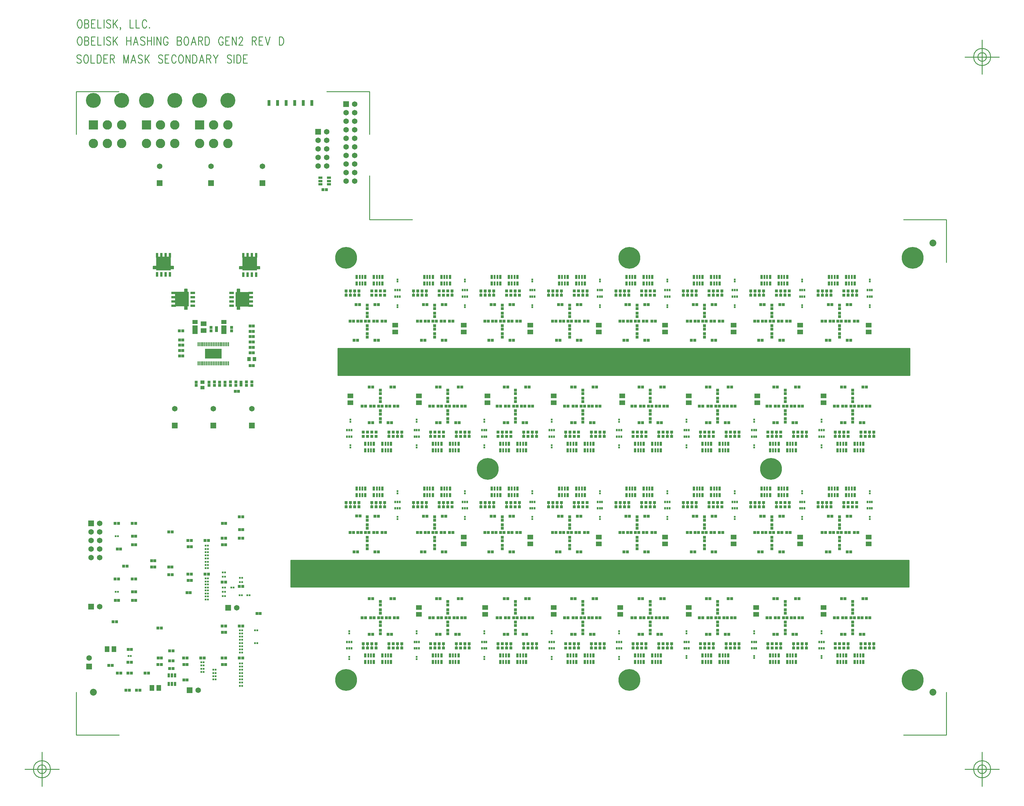
<source format=gbr>
*
*
G04 PADS 9.2 Build Number: 414666 generated Gerber (RS-274-X) file*
G04 PC Version=2.1*
*
%IN "SC1B_REVD_ARC.pcb"*%
*
%MOIN*%
*
%FSLAX24Y24*%
*
*
*
*
G04 PC Standard Apertures*
*
*
G04 Thermal Relief Aperture macro.*
%AMTER*
1,1,$1,0,0*
1,0,$1-$2,0,0*
21,0,$3,$4,0,0,45*
21,0,$3,$4,0,0,135*
%
*
*
G04 Annular Aperture macro.*
%AMANN*
1,1,$1,0,0*
1,0,$2,0,0*
%
*
*
G04 Odd Aperture macro.*
%AMODD*
1,1,$1,0,0*
1,0,$1-0.005,0,0*
%
*
*
G04 PC Custom Aperture Macros*
*
*
*
*
*
*
G04 PC Aperture Table*
*
%ADD010C,0.001*%
%ADD021R,0.065X0.065*%
%ADD022C,0.065*%
%ADD028C,0.01*%
%ADD029C,0.007*%
%ADD032C,0.005*%
%ADD067C,0.255*%
%ADD069R,0.045X0.043*%
%ADD075R,0.032X0.032*%
%ADD079C,0.08*%
%ADD089R,0.05X0.03*%
%ADD090R,0.035X0.035*%
%ADD162R,0.043X0.045*%
%ADD183R,0.065X0.055*%
%ADD193R,0.03X0.05*%
%ADD240R,0.021X0.023*%
%ADD242R,0.023X0.021*%
%ADD320R,0.029X0.05*%
%ADD321R,0.022X0.05*%
%ADD323R,0.055X0.065*%
%ADD324R,0.02154X0.02862*%
%ADD328R,0.034X0.034*%
%ADD330R,0.029X0.055*%
%ADD331R,0.055X0.029*%
%ADD336R,0.11X0.11*%
%ADD337C,0.11*%
%ADD346C,0.175*%
%ADD347R,0.017X0.047*%
%ADD348R,0.192X0.113*%
%ADD349R,0.064X0.1*%
%ADD350R,0.064X0.046*%
*
*
*
*
G04 PC Circuitry*
G04 Layer Name SC1B_REVD_ARC.pcb - circuitry*
%LPD*%
*
*
G04 PC Custom Flashes*
G04 Layer Name SC1B_REVD_ARC.pcb - flashes*
%LPD*%
*
*
G04 PC Circuitry*
G04 Layer Name SC1B_REVD_ARC.pcb - circuitry*
%LPD*%
*
G54D10*
G54D21*
G01X48250Y90500D03*
X21750Y44750D03*
X29750Y84500D03*
X31500Y56187D03*
X41750Y84500D03*
X40500Y56187D03*
X36000D03*
X35750Y84500D03*
X33250Y25250D03*
X21500Y28000D03*
X21750Y35000D03*
X37750Y34875D03*
X51500Y93750D03*
G54D22*
X49250Y90500D03*
X48250Y89500D03*
X49250D03*
X48250Y88500D03*
X49250D03*
X48250Y87500D03*
X49250D03*
X48250Y86500D03*
X49250D03*
X22750Y44750D03*
X21750Y43750D03*
X22750D03*
X21750Y42750D03*
X22750D03*
X21750Y41750D03*
X22750D03*
X21750Y40750D03*
X22750D03*
X29750Y86468D03*
X31500Y58155D03*
X41750Y86468D03*
X40500Y58155D03*
X36000D03*
X35750Y86468D03*
X34250Y25250D03*
X21500Y29000D03*
X22750Y35000D03*
X38750Y34875D03*
X52500Y93750D03*
X51500Y92750D03*
X52500D03*
X51500Y91750D03*
X52500D03*
X51500Y90750D03*
X52500D03*
X51500Y89750D03*
X52500D03*
X51500Y88750D03*
X52500D03*
X51500Y87750D03*
X52500D03*
X51500Y86750D03*
X52500D03*
X51500Y85750D03*
X52500D03*
X51500Y84750D03*
X52500D03*
G54D28*
X20324Y101614D02*
X20256Y101567D01*
X20256D02*
X20188Y101473D01*
X20188D02*
X20154Y101380D01*
X20120Y101239*
Y101005*
X20154Y100864*
X20188Y100770*
X20188D02*
X20256Y100676D01*
X20256D02*
X20324Y100630D01*
X20324D02*
X20460D01*
X20460D02*
X20529Y100676D01*
X20529D02*
X20597Y100770D01*
X20597D02*
X20631Y100864D01*
X20665Y101005*
Y101239*
X20631Y101380*
X20597Y101473*
X20597D02*
X20529Y101567D01*
X20529D02*
X20460Y101614D01*
X20460D02*
X20324D01*
X20972D02*
Y100630D01*
Y101614D02*
X21279D01*
X21381Y101567*
X21381D02*
X21415Y101520D01*
X21415D02*
X21449Y101426D01*
X21449D02*
Y101333D01*
X21449D02*
X21415Y101239D01*
X21381Y101192*
X21381D02*
X21279Y101145D01*
X20972D02*
X21279D01*
X21279D02*
X21381Y101098D01*
X21381D02*
X21415Y101051D01*
X21415D02*
X21449Y100958D01*
X21449D02*
Y100817D01*
X21449D02*
X21415Y100723D01*
X21415D02*
X21381Y100676D01*
X21381D02*
X21279Y100630D01*
X20972*
X21756Y101614D02*
Y100630D01*
Y101614D02*
X22199D01*
X21756Y101145D02*
X22029D01*
X21756Y100630D02*
X22199D01*
X22506Y101614D02*
Y100630D01*
X22915*
X23222Y101614D02*
Y100630D01*
X24006Y101473D02*
X23938Y101567D01*
X23938D02*
X23835Y101614D01*
X23835D02*
X23699D01*
X23699D02*
X23597Y101567D01*
X23597D02*
X23529Y101473D01*
X23529D02*
Y101380D01*
X23563Y101286*
X23597Y101239*
X23665Y101192*
X23665D02*
X23870Y101098D01*
X23870D02*
X23938Y101051D01*
X23938D02*
X23972Y101005D01*
X24006Y100911*
Y100770*
X24006D02*
X23938Y100676D01*
X23938D02*
X23835Y100630D01*
X23835D02*
X23699D01*
X23699D02*
X23597Y100676D01*
X23597D02*
X23529Y100770D01*
X24313Y101614D02*
Y100630D01*
X24790Y101614D02*
X24313Y100958D01*
X24483Y101192D02*
X24790Y100630D01*
X25881Y101614D02*
Y100630D01*
X26358Y101614D02*
Y100630D01*
X25881Y101145D02*
X26358D01*
X26938Y101614D02*
X26665Y100630D01*
X26938Y101614D02*
X27210Y100630D01*
X26767Y100958D02*
X27108D01*
X27995Y101473D02*
X27926Y101567D01*
X27926D02*
X27824Y101614D01*
X27824D02*
X27688D01*
X27585Y101567*
X27585D02*
X27517Y101473D01*
X27517D02*
Y101380D01*
X27517D02*
X27551Y101286D01*
X27551D02*
X27585Y101239D01*
X27585D02*
X27654Y101192D01*
X27654D02*
X27858Y101098D01*
X27858D02*
X27926Y101051D01*
X27926D02*
X27960Y101005D01*
X27960D02*
X27995Y100911D01*
Y100770*
X27995D02*
X27926Y100676D01*
X27926D02*
X27824Y100630D01*
X27824D02*
X27688D01*
X27585Y100676*
X27585D02*
X27517Y100770D01*
X28301Y101614D02*
Y100630D01*
X28779Y101614D02*
Y100630D01*
X28301Y101145D02*
X28779D01*
X29085Y101614D02*
Y100630D01*
X29392Y101614D02*
Y100630D01*
Y101614D02*
X29870Y100630D01*
Y101614D02*
Y100630D01*
X30688Y101380D02*
X30654Y101473D01*
X30654D02*
X30585Y101567D01*
X30585D02*
X30517Y101614D01*
X30517D02*
X30381D01*
X30313Y101567*
X30313D02*
X30245Y101473D01*
X30245D02*
X30210Y101380D01*
X30210D02*
X30176Y101239D01*
X30176D02*
Y101005D01*
X30176D02*
X30210Y100864D01*
X30210D02*
X30245Y100770D01*
X30245D02*
X30313Y100676D01*
X30313D02*
X30381Y100630D01*
X30517*
X30517D02*
X30585Y100676D01*
X30585D02*
X30654Y100770D01*
X30654D02*
X30688Y100864D01*
Y101005*
X30517D02*
X30688D01*
X31779Y101614D02*
Y100630D01*
Y101614D02*
X32085D01*
X32085D02*
X32188Y101567D01*
X32188D02*
X32222Y101520D01*
X32222D02*
X32256Y101426D01*
X32256D02*
Y101333D01*
X32222Y101239*
X32188Y101192*
X32188D02*
X32085Y101145D01*
X31779D02*
X32085D01*
X32085D02*
X32188Y101098D01*
X32188D02*
X32222Y101051D01*
X32222D02*
X32256Y100958D01*
Y100817*
X32256D02*
X32222Y100723D01*
X32222D02*
X32188Y100676D01*
X32188D02*
X32085Y100630D01*
X32085D02*
X31779D01*
X32767Y101614D02*
X32699Y101567D01*
X32699D02*
X32631Y101473D01*
X32631D02*
X32597Y101380D01*
X32563Y101239*
Y101005*
X32597Y100864*
X32631Y100770*
X32631D02*
X32699Y100676D01*
X32699D02*
X32767Y100630D01*
X32767D02*
X32904D01*
X32972Y100676*
X32972D02*
X33040Y100770D01*
X33040D02*
X33074Y100864D01*
X33074D02*
X33108Y101005D01*
X33108D02*
Y101239D01*
X33108D02*
X33074Y101380D01*
X33074D02*
X33040Y101473D01*
X33040D02*
X32972Y101567D01*
X32972D02*
X32904Y101614D01*
X32767*
X33688D02*
X33415Y100630D01*
X33688Y101614D02*
X33960Y100630D01*
X33517Y100958D02*
X33858D01*
X34267Y101614D02*
Y100630D01*
Y101614D02*
X34574D01*
X34574D02*
X34676Y101567D01*
X34676D02*
X34710Y101520D01*
X34710D02*
X34745Y101426D01*
X34745D02*
Y101333D01*
X34710Y101239*
X34710D02*
X34676Y101192D01*
X34676D02*
X34574Y101145D01*
X34574D02*
X34267D01*
X34506D02*
X34745Y100630D01*
X35051Y101614D02*
Y100630D01*
Y101614D02*
X35290D01*
X35392Y101567*
X35392D02*
X35460Y101473D01*
X35460D02*
X35495Y101380D01*
X35529Y101239*
Y101005*
X35495Y100864*
X35460Y100770*
X35460D02*
X35392Y100676D01*
X35392D02*
X35290Y100630D01*
X35051*
X37131Y101380D02*
X37097Y101473D01*
X37097D02*
X37029Y101567D01*
X37029D02*
X36960Y101614D01*
X36960D02*
X36824D01*
X36824D02*
X36756Y101567D01*
X36756D02*
X36688Y101473D01*
X36688D02*
X36654Y101380D01*
X36620Y101239*
Y101005*
X36654Y100864*
X36688Y100770*
X36688D02*
X36756Y100676D01*
X36756D02*
X36824Y100630D01*
X36824D02*
X36960D01*
X36960D02*
X37029Y100676D01*
X37029D02*
X37097Y100770D01*
X37097D02*
X37131Y100864D01*
Y101005*
X36960D02*
X37131D01*
X37438Y101614D02*
Y100630D01*
Y101614D02*
X37881D01*
X37438Y101145D02*
X37710D01*
X37438Y100630D02*
X37881D01*
X38188Y101614D02*
Y100630D01*
Y101614D02*
X38665Y100630D01*
Y101614D02*
Y100630D01*
X39006Y101380D02*
Y101426D01*
X39006D02*
X39040Y101520D01*
X39040D02*
X39074Y101567D01*
X39074D02*
X39142Y101614D01*
X39142D02*
X39279D01*
X39347Y101567*
X39347D02*
X39381Y101520D01*
X39381D02*
X39415Y101426D01*
X39415D02*
Y101333D01*
X39381Y101239*
X39313Y101098*
X39313D02*
X38972Y100630D01*
X39449*
X40540Y101614D02*
Y100630D01*
Y101614D02*
X40847D01*
X40949Y101567*
X40949D02*
X40983Y101520D01*
X40983D02*
X41017Y101426D01*
X41017D02*
Y101333D01*
X41017D02*
X40983Y101239D01*
X40983D02*
X40949Y101192D01*
X40949D02*
X40847Y101145D01*
X40847D02*
X40540D01*
X40779D02*
X41017Y100630D01*
X41324Y101614D02*
Y100630D01*
Y101614D02*
X41767D01*
X41324Y101145D02*
X41597D01*
X41324Y100630D02*
X41767D01*
X42074Y101614D02*
X42347Y100630D01*
X42620Y101614D02*
X42347Y100630D01*
X43710Y101614D02*
Y100630D01*
Y101614D02*
X43949D01*
X43949D02*
X44051Y101567D01*
X44051D02*
X44120Y101473D01*
X44120D02*
X44154Y101380D01*
X44188Y101239*
Y101005*
X44154Y100864*
X44120Y100770*
X44120D02*
X44051Y100676D01*
X44051D02*
X43949Y100630D01*
X43949D02*
X43710D01*
X20324Y103614D02*
X20256Y103567D01*
X20256D02*
X20188Y103473D01*
X20188D02*
X20154Y103380D01*
X20120Y103239*
Y103005*
X20154Y102864*
X20188Y102770*
X20188D02*
X20256Y102676D01*
X20256D02*
X20324Y102630D01*
X20324D02*
X20460D01*
X20460D02*
X20529Y102676D01*
X20529D02*
X20597Y102770D01*
X20597D02*
X20631Y102864D01*
X20665Y103005*
Y103239*
X20631Y103380*
X20597Y103473*
X20597D02*
X20529Y103567D01*
X20529D02*
X20460Y103614D01*
X20460D02*
X20324D01*
X20972D02*
Y102630D01*
Y103614D02*
X21279D01*
X21381Y103567*
X21381D02*
X21415Y103520D01*
X21415D02*
X21449Y103426D01*
X21449D02*
Y103333D01*
X21449D02*
X21415Y103239D01*
X21381Y103192*
X21381D02*
X21279Y103145D01*
X20972D02*
X21279D01*
X21279D02*
X21381Y103098D01*
X21381D02*
X21415Y103051D01*
X21415D02*
X21449Y102958D01*
X21449D02*
Y102817D01*
X21449D02*
X21415Y102723D01*
X21415D02*
X21381Y102676D01*
X21381D02*
X21279Y102630D01*
X20972*
X21756Y103614D02*
Y102630D01*
Y103614D02*
X22199D01*
X21756Y103145D02*
X22029D01*
X21756Y102630D02*
X22199D01*
X22506Y103614D02*
Y102630D01*
X22915*
X23222Y103614D02*
Y102630D01*
X24006Y103473D02*
X23938Y103567D01*
X23938D02*
X23835Y103614D01*
X23835D02*
X23699D01*
X23699D02*
X23597Y103567D01*
X23597D02*
X23529Y103473D01*
X23529D02*
Y103380D01*
X23563Y103286*
X23597Y103239*
X23665Y103192*
X23665D02*
X23870Y103098D01*
X23870D02*
X23938Y103051D01*
X23938D02*
X23972Y103005D01*
X24006Y102911*
Y102770*
X24006D02*
X23938Y102676D01*
X23938D02*
X23835Y102630D01*
X23835D02*
X23699D01*
X23699D02*
X23597Y102676D01*
X23597D02*
X23529Y102770D01*
X24313Y103614D02*
Y102630D01*
X24790Y103614D02*
X24313Y102958D01*
X24483Y103192D02*
X24790Y102630D01*
X25165Y102676D02*
X25131Y102630D01*
X25097Y102676*
X25097D02*
X25131Y102723D01*
X25131D02*
X25165Y102676D01*
X25165D02*
Y102583D01*
X25131Y102489*
X25097Y102442*
X26256Y103614D02*
Y102630D01*
X26665*
X26972Y103614D02*
Y102630D01*
X27381*
X28199Y103380D02*
X28165Y103473D01*
X28165D02*
X28097Y103567D01*
X28097D02*
X28029Y103614D01*
X27892*
X27892D02*
X27824Y103567D01*
X27824D02*
X27756Y103473D01*
X27756D02*
X27722Y103380D01*
X27688Y103239*
Y103005*
X27722Y102864*
X27756Y102770*
X27756D02*
X27824Y102676D01*
X27824D02*
X27892Y102630D01*
X27892D02*
X28029D01*
X28097Y102676*
X28097D02*
X28165Y102770D01*
X28165D02*
X28199Y102864D01*
X28540Y102723D02*
X28506Y102676D01*
X28506D02*
X28540Y102630D01*
X28574Y102676*
X28574D02*
X28540Y102723D01*
X20557Y99368D02*
X20489Y99462D01*
X20489D02*
X20386Y99509D01*
X20386D02*
X20250D01*
X20148Y99462*
X20148D02*
X20080Y99368D01*
X20080D02*
Y99275D01*
X20114Y99181*
X20148Y99134*
X20216Y99087*
X20216D02*
X20420Y98993D01*
X20420D02*
X20489Y98946D01*
X20489D02*
X20523Y98900D01*
X20557Y98806*
Y98665*
X20557D02*
X20489Y98571D01*
X20489D02*
X20386Y98525D01*
X20386D02*
X20250D01*
X20148Y98571*
X20148D02*
X20080Y98665D01*
X21068Y99509D02*
X21000Y99462D01*
X21000D02*
X20932Y99368D01*
X20932D02*
X20898Y99275D01*
X20864Y99134*
Y98900*
X20898Y98759*
X20932Y98665*
X20932D02*
X21000Y98571D01*
X21000D02*
X21068Y98525D01*
X21068D02*
X21205D01*
X21273Y98571*
X21273D02*
X21341Y98665D01*
X21341D02*
X21375Y98759D01*
X21409Y98900*
X21409D02*
Y99134D01*
X21409D02*
X21375Y99275D01*
X21341Y99368*
X21341D02*
X21273Y99462D01*
X21273D02*
X21205Y99509D01*
X21068*
X21716D02*
Y98525D01*
X22125*
X22432Y99509D02*
Y98525D01*
Y99509D02*
X22670D01*
X22670D02*
X22773Y99462D01*
X22773D02*
X22841Y99368D01*
X22841D02*
X22875Y99275D01*
X22909Y99134*
X22909D02*
Y98900D01*
X22909D02*
X22875Y98759D01*
X22841Y98665*
X22841D02*
X22773Y98571D01*
X22773D02*
X22670Y98525D01*
X22670D02*
X22432D01*
X23216Y99509D02*
Y98525D01*
Y99509D02*
X23659D01*
X23216Y99040D02*
X23489D01*
X23216Y98525D02*
X23659D01*
X23966Y99509D02*
Y98525D01*
Y99509D02*
X24273D01*
X24375Y99462*
X24375D02*
X24409Y99415D01*
X24409D02*
X24443Y99321D01*
X24443D02*
Y99228D01*
X24443D02*
X24409Y99134D01*
X24409D02*
X24375Y99087D01*
X24375D02*
X24273Y99040D01*
X24273D02*
X23966D01*
X24205D02*
X24443Y98525D01*
X25534Y99509D02*
Y98525D01*
Y99509D02*
X25807Y98525D01*
X26080Y99509D02*
X25807Y98525D01*
X26080Y99509D02*
Y98525D01*
X26659Y99509D02*
X26386Y98525D01*
X26659Y99509D02*
X26932Y98525D01*
X26489Y98853D02*
X26830D01*
X27716Y99368D02*
X27648Y99462D01*
X27648D02*
X27545Y99509D01*
X27545D02*
X27409D01*
X27409D02*
X27307Y99462D01*
X27307D02*
X27239Y99368D01*
X27239D02*
Y99275D01*
X27273Y99181*
X27307Y99134*
X27375Y99087*
X27375D02*
X27580Y98993D01*
X27580D02*
X27648Y98946D01*
X27648D02*
X27682Y98900D01*
X27716Y98806*
Y98665*
X27716D02*
X27648Y98571D01*
X27648D02*
X27545Y98525D01*
X27545D02*
X27409D01*
X27409D02*
X27307Y98571D01*
X27307D02*
X27239Y98665D01*
X28023Y99509D02*
Y98525D01*
X28500Y99509D02*
X28023Y98853D01*
X28193Y99087D02*
X28500Y98525D01*
X30068Y99368D02*
X30000Y99462D01*
X30000D02*
X29898Y99509D01*
X29761*
X29761D02*
X29659Y99462D01*
X29659D02*
X29591Y99368D01*
X29591D02*
Y99275D01*
X29625Y99181*
X29659Y99134*
X29659D02*
X29727Y99087D01*
X29727D02*
X29932Y98993D01*
X29932D02*
X30000Y98946D01*
X30000D02*
X30034Y98900D01*
X30034D02*
X30068Y98806D01*
X30068D02*
Y98665D01*
X30068D02*
X30000Y98571D01*
X30000D02*
X29898Y98525D01*
X29761*
X29761D02*
X29659Y98571D01*
X29659D02*
X29591Y98665D01*
X30375Y99509D02*
Y98525D01*
Y99509D02*
X30818D01*
X30375Y99040D02*
X30648D01*
X30375Y98525D02*
X30818D01*
X31636Y99275D02*
X31602Y99368D01*
X31602D02*
X31534Y99462D01*
X31534D02*
X31466Y99509D01*
X31330*
X31261Y99462*
X31261D02*
X31193Y99368D01*
X31193D02*
X31159Y99275D01*
X31159D02*
X31125Y99134D01*
Y98900*
X31159Y98759*
X31159D02*
X31193Y98665D01*
X31193D02*
X31261Y98571D01*
X31261D02*
X31330Y98525D01*
X31466*
X31534Y98571*
X31534D02*
X31602Y98665D01*
X31602D02*
X31636Y98759D01*
X32148Y99509D02*
X32080Y99462D01*
X32080D02*
X32011Y99368D01*
X32011D02*
X31977Y99275D01*
X31977D02*
X31943Y99134D01*
X31943D02*
Y98900D01*
X31943D02*
X31977Y98759D01*
X31977D02*
X32011Y98665D01*
X32011D02*
X32080Y98571D01*
X32080D02*
X32148Y98525D01*
X32284*
X32284D02*
X32352Y98571D01*
X32352D02*
X32420Y98665D01*
X32420D02*
X32455Y98759D01*
X32489Y98900*
Y99134*
X32455Y99275*
X32420Y99368*
X32420D02*
X32352Y99462D01*
X32352D02*
X32284Y99509D01*
X32284D02*
X32148D01*
X32795D02*
Y98525D01*
Y99509D02*
X33273Y98525D01*
Y99509D02*
Y98525D01*
X33580Y99509D02*
Y98525D01*
Y99509D02*
X33818D01*
X33818D02*
X33920Y99462D01*
X33920D02*
X33989Y99368D01*
X33989D02*
X34023Y99275D01*
X34057Y99134*
Y98900*
X34023Y98759*
X33989Y98665*
X33989D02*
X33920Y98571D01*
X33920D02*
X33818Y98525D01*
X33818D02*
X33580D01*
X34636Y99509D02*
X34364Y98525D01*
X34636Y99509D02*
X34909Y98525D01*
X34466Y98853D02*
X34807D01*
X35216Y99509D02*
Y98525D01*
Y99509D02*
X35523D01*
X35625Y99462*
X35625D02*
X35659Y99415D01*
X35659D02*
X35693Y99321D01*
X35693D02*
Y99228D01*
X35693D02*
X35659Y99134D01*
X35659D02*
X35625Y99087D01*
X35625D02*
X35523Y99040D01*
X35523D02*
X35216D01*
X35455D02*
X35693Y98525D01*
X36000Y99509D02*
X36273Y99040D01*
X36273D02*
Y98525D01*
X36545Y99509D02*
X36273Y99040D01*
X38114Y99368D02*
X38045Y99462D01*
X38045D02*
X37943Y99509D01*
X37943D02*
X37807D01*
X37705Y99462*
X37705D02*
X37636Y99368D01*
X37636D02*
Y99275D01*
X37636D02*
X37670Y99181D01*
X37670D02*
X37705Y99134D01*
X37773Y99087*
X37773D02*
X37977Y98993D01*
X37977D02*
X38045Y98946D01*
X38045D02*
X38080Y98900D01*
X38114Y98806*
Y98665*
X38114D02*
X38045Y98571D01*
X38045D02*
X37943Y98525D01*
X37943D02*
X37807D01*
X37705Y98571*
X37705D02*
X37636Y98665D01*
X38420Y99509D02*
Y98525D01*
X38727Y99509D02*
Y98525D01*
Y99509D02*
X38966D01*
X39068Y99462*
X39068D02*
X39136Y99368D01*
X39136D02*
X39170Y99275D01*
X39170D02*
X39205Y99134D01*
Y98900*
X39170Y98759*
X39170D02*
X39136Y98665D01*
X39136D02*
X39068Y98571D01*
X39068D02*
X38966Y98525D01*
X38727*
X39511Y99509D02*
Y98525D01*
Y99509D02*
X39955D01*
X39511Y99040D02*
X39784D01*
X39511Y98525D02*
X39955D01*
X117300Y65200D02*
X50550D01*
Y62050*
X117300*
Y65200*
X117200Y40450D02*
X45050D01*
Y37300*
X117200*
Y40450*
X50550Y65199D02*
X117300D01*
X50550Y65109D02*
X117300D01*
X50550Y65019D02*
X117300D01*
X50550Y64929D02*
X117300D01*
X50550Y64839D02*
X117300D01*
X50550Y64749D02*
X117300D01*
X50550Y64659D02*
X117300D01*
X50550Y64569D02*
X117300D01*
X50550Y64479D02*
X117300D01*
X50550Y64389D02*
X117300D01*
X50550Y64299D02*
X117300D01*
X50550Y64209D02*
X117300D01*
X50550Y64119D02*
X117300D01*
X50550Y64029D02*
X117300D01*
X50550Y63939D02*
X117300D01*
X50550Y63849D02*
X117300D01*
X50550Y63759D02*
X117300D01*
X50550Y63669D02*
X117300D01*
X50550Y63579D02*
X117300D01*
X50550Y63489D02*
X117300D01*
X50550Y63399D02*
X117300D01*
X50550Y63309D02*
X117300D01*
X50550Y63219D02*
X117300D01*
X50550Y63129D02*
X117300D01*
X50550Y63039D02*
X117300D01*
X50550Y62949D02*
X117300D01*
X50550Y62859D02*
X117300D01*
X50550Y62769D02*
X117300D01*
X50550Y62679D02*
X117300D01*
X50550Y62589D02*
X117300D01*
X50550Y62499D02*
X117300D01*
X50550Y62409D02*
X117300D01*
X50550Y62319D02*
X117300D01*
X50550Y62229D02*
X117300D01*
X50550Y62139D02*
X117300D01*
X45050Y40449D02*
X117200D01*
X45050Y40359D02*
X117200D01*
X45050Y40269D02*
X117200D01*
X45050Y40179D02*
X117200D01*
X45050Y40089D02*
X117200D01*
X45050Y39999D02*
X117200D01*
X45050Y39909D02*
X117200D01*
X45050Y39819D02*
X117200D01*
X45050Y39729D02*
X117200D01*
X45050Y39639D02*
X117200D01*
X45050Y39549D02*
X117200D01*
X45050Y39459D02*
X117200D01*
X45050Y39369D02*
X117200D01*
X45050Y39279D02*
X117200D01*
X45050Y39189D02*
X117200D01*
X45050Y39099D02*
X117200D01*
X45050Y39009D02*
X117200D01*
X45050Y38919D02*
X117200D01*
X45050Y38829D02*
X117200D01*
X45050Y38739D02*
X117200D01*
X45050Y38649D02*
X117200D01*
X45050Y38559D02*
X117200D01*
X45050Y38469D02*
X117200D01*
X45050Y38379D02*
X117200D01*
X45050Y38289D02*
X117200D01*
X45050Y38199D02*
X117200D01*
X45050Y38109D02*
X117200D01*
X45050Y38019D02*
X117200D01*
X45050Y37929D02*
X117200D01*
X45050Y37839D02*
X117200D01*
X45050Y37749D02*
X117200D01*
X45050Y37659D02*
X117200D01*
X45050Y37569D02*
X117200D01*
X45050Y37479D02*
X117200D01*
X45050Y37389D02*
X117200D01*
X25000Y20000D02*
X20000D01*
Y25000*
X59250Y80236D02*
X54250D01*
Y85375*
X49242Y95200D02*
X54251D01*
Y90202*
X116570Y80236D02*
X121570D01*
Y75250*
X20000Y90193D02*
Y95200D01*
X24965*
X121570Y25000D02*
Y20000D01*
X116570*
X126750Y99250D02*
G75*
G03X126750I-1000J0D01*
G01X126250D02*
G03X126250I-500J0D01*
G01X125750Y101250D02*
Y97250D01*
X123750Y99250D02*
X127750D01*
X126750Y16000D02*
G03X126750I-1000J0D01*
G01X126250D02*
G03X126250I-500J0D01*
G01X125750Y18000D02*
Y14000D01*
X123750Y16000D02*
X127750D01*
X17000D02*
G03X17000I-1000J0D01*
G01X16500D02*
G03X16500I-500J0D01*
G01X16000Y18000D02*
Y14000D01*
X14000Y16000D02*
X18000D01*
G54D29*
X53500Y30687D02*
Y30187D01*
X86996Y46687D02*
Y47187D01*
X85996Y46687D02*
Y47187D01*
X84496Y46687D02*
Y47187D01*
X83996Y46687D02*
Y47187D01*
X83496Y46687D02*
Y47187D01*
X82996Y46687D02*
Y47187D01*
X84996Y30687D02*
Y30187D01*
X85496Y30687D02*
Y30187D01*
X86496Y30687D02*
Y30187D01*
X87996Y30687D02*
Y30187D01*
X88996Y30687D02*
Y30187D01*
X89496Y30687D02*
Y30187D01*
X94870Y46687D02*
Y47187D01*
X93870Y46687D02*
Y47187D01*
X92370Y46687D02*
Y47187D01*
X91870Y46687D02*
Y47187D01*
X91370Y46687D02*
Y47187D01*
X90870Y46687D02*
Y47187D01*
X93370Y30687D02*
Y30187D01*
X94370Y30687D02*
Y30187D01*
X95870Y30687D02*
Y30187D01*
X96870Y30687D02*
Y30187D01*
X97370Y30687D02*
Y30187D01*
X103244Y46687D02*
Y47187D01*
X101744Y46687D02*
Y47187D01*
X100244Y46687D02*
Y47187D01*
X99744Y46687D02*
Y47187D01*
X99244Y46687D02*
Y47187D01*
X98744Y46687D02*
Y47187D01*
X100744Y30687D02*
Y30187D01*
X102244Y30687D02*
Y30187D01*
X103744Y30687D02*
Y30187D01*
X104744Y30687D02*
Y30187D01*
X105244Y30687D02*
Y30187D01*
X109618Y46687D02*
Y47187D01*
X108118Y46687D02*
Y47187D01*
X107618Y46687D02*
Y47187D01*
X107118Y46687D02*
Y47187D01*
X106618Y46687D02*
Y47187D01*
X110118Y30687D02*
Y30187D01*
X111618Y30687D02*
Y30187D01*
X112618Y30687D02*
Y30187D01*
X113118Y30687D02*
Y30187D01*
X111118Y71411D02*
Y71911D01*
X110618Y71411D02*
Y71911D01*
X110118Y71411D02*
Y71911D01*
X108118Y71411D02*
Y71911D01*
X107618Y71411D02*
Y71911D01*
X107118Y71411D02*
Y71911D01*
X106618Y71411D02*
Y71911D01*
X108618Y55411D02*
Y54911D01*
X109118Y55411D02*
Y54911D01*
X109618Y55411D02*
Y54911D01*
X111618Y55411D02*
Y54911D01*
X112618Y55411D02*
Y54911D01*
X113118Y55411D02*
Y54911D01*
X102744Y71411D02*
Y71911D01*
X102244Y71411D02*
Y71911D01*
X100244Y71411D02*
Y71911D01*
X99744Y71411D02*
Y71911D01*
X99244Y71411D02*
Y71911D01*
X98744Y71411D02*
Y71911D01*
X56000Y46687D02*
Y47187D01*
X55500Y46687D02*
Y47187D01*
X55000Y46687D02*
Y47187D01*
X54500Y46687D02*
Y47187D01*
X53000Y46687D02*
Y47187D01*
X52500Y46687D02*
Y47187D01*
X52000Y46687D02*
Y47187D01*
X51500Y46687D02*
Y47187D01*
X101244Y55411D02*
Y54911D01*
X101744Y55411D02*
Y54911D01*
X103744Y55411D02*
Y54911D01*
X104744Y55411D02*
Y54911D01*
X105244Y55411D02*
Y54911D01*
X95370Y71411D02*
Y71911D01*
X94370Y71411D02*
Y71911D01*
X92370Y71411D02*
Y71911D01*
X91870Y71411D02*
Y71911D01*
X91370Y71411D02*
Y71911D01*
X90870Y71411D02*
Y71911D01*
X92870Y55411D02*
Y54911D01*
X93870Y55411D02*
Y54911D01*
X95870Y55411D02*
Y54911D01*
X96870Y55411D02*
Y54911D01*
X97370Y55411D02*
Y54911D01*
X86496Y71411D02*
Y71911D01*
X84496Y71411D02*
Y71911D01*
X83996Y71411D02*
Y71911D01*
X83496Y71411D02*
Y71911D01*
X82996Y71411D02*
Y71911D01*
X85996Y55411D02*
Y54911D01*
X87996Y55411D02*
Y54911D01*
X88996Y55411D02*
Y54911D01*
X89496Y55411D02*
Y54911D01*
X79622Y71411D02*
Y71911D01*
X79122Y71411D02*
Y71911D01*
X76622Y71411D02*
Y71911D01*
X76122Y71411D02*
Y71911D01*
X75622Y71411D02*
Y71911D01*
X75122Y71411D02*
Y71911D01*
X77122Y55411D02*
Y54911D01*
X77622Y55411D02*
Y54911D01*
X80122Y55411D02*
Y54911D01*
X81122Y55411D02*
Y54911D01*
X81622Y55411D02*
Y54911D01*
X71248Y71411D02*
Y71911D01*
X68748Y71411D02*
Y71911D01*
X68248Y71411D02*
Y71911D01*
X67748Y71411D02*
Y71911D01*
X67248Y71411D02*
Y71911D01*
X69748Y55411D02*
Y54911D01*
X72248Y55411D02*
Y54911D01*
X73248Y55411D02*
Y54911D01*
X73748Y55411D02*
Y54911D01*
X63874Y71411D02*
Y71911D01*
X60874Y71411D02*
Y71911D01*
X60374Y71411D02*
Y71911D01*
X59874Y71411D02*
Y71911D01*
X59374Y71411D02*
Y71911D01*
X54000Y30687D02*
Y30187D01*
X54500Y30687D02*
Y30187D01*
X55000Y30687D02*
Y30187D01*
X56500Y30687D02*
Y30187D01*
X57500Y30687D02*
Y30187D01*
X58000Y30687D02*
Y30187D01*
X61374Y55411D02*
Y54911D01*
X64374Y55411D02*
Y54911D01*
X65374Y55411D02*
Y54911D01*
X65874Y55411D02*
Y54911D01*
X53000Y71411D02*
Y71911D01*
X52500Y71411D02*
Y71911D01*
X52000Y71411D02*
Y71911D01*
X51500Y71411D02*
Y71911D01*
X56500Y55411D02*
Y54911D01*
X57500Y55411D02*
Y54911D01*
X58000Y55411D02*
Y54911D01*
X63374Y46687D02*
Y47187D01*
X62874Y46687D02*
Y47187D01*
X62374Y46687D02*
Y47187D01*
X60874Y46687D02*
Y47187D01*
X60374Y46687D02*
Y47187D01*
X59874Y46687D02*
Y47187D01*
X59374Y46687D02*
Y47187D01*
X61874Y30687D02*
Y30187D01*
X62374Y30687D02*
Y30187D01*
X62874Y30687D02*
Y30187D01*
X64374Y30687D02*
Y30187D01*
X65374Y30687D02*
Y30187D01*
X65874Y30687D02*
Y30187D01*
X71748Y46687D02*
Y47187D01*
X70748Y46687D02*
Y47187D01*
X70248Y46687D02*
Y47187D01*
X68748Y46687D02*
Y47187D01*
X68248Y46687D02*
Y47187D01*
X67748Y46687D02*
Y47187D01*
X67248Y46687D02*
Y47187D01*
X69248Y30687D02*
Y30187D01*
X70248Y30687D02*
Y30187D01*
X70748Y30687D02*
Y30187D01*
X72248Y30687D02*
Y30187D01*
X73248Y30687D02*
Y30187D01*
X73748Y30687D02*
Y30187D01*
X78622Y46687D02*
Y47187D01*
X78122Y46687D02*
Y47187D01*
X76622Y46687D02*
Y47187D01*
X76122Y46687D02*
Y47187D01*
X75622Y46687D02*
Y47187D01*
X75122Y46687D02*
Y47187D01*
X78122Y30687D02*
Y30187D01*
X78622Y30687D02*
Y30187D01*
X80122Y30687D02*
Y30187D01*
X81122Y30687D02*
Y30187D01*
X81622Y30687D02*
Y30187D01*
X87496Y46687D02*
Y47187D01*
G54D32*
X41070Y75867D02*
Y74787D01*
X41450*
Y74457*
X41070*
Y74327*
X39440*
Y74457*
X39050*
Y74787*
X39440*
Y75867*
X41070*
X39050Y74457D02*
Y74787D01*
X39075Y74457D02*
Y74787D01*
X39100Y74457D02*
Y74787D01*
X39125Y74457D02*
Y74787D01*
X39150Y74457D02*
Y74787D01*
X39175Y74457D02*
Y74787D01*
X39200Y74457D02*
Y74787D01*
X39225Y74457D02*
Y74787D01*
X39250Y74457D02*
Y74787D01*
X39275Y74457D02*
Y74787D01*
X39300Y74457D02*
Y74787D01*
X39325Y74457D02*
Y74787D01*
X39350Y74457D02*
Y74787D01*
X39375Y74457D02*
Y74787D01*
X39400Y74457D02*
Y74787D01*
X39425Y74457D02*
Y74787D01*
X39450Y74327D02*
Y75867D01*
X39475Y74327D02*
Y75867D01*
X39500Y74327D02*
Y75867D01*
X39525Y74327D02*
Y75867D01*
X39550Y74327D02*
Y75867D01*
X39575Y74327D02*
Y75867D01*
X39600Y74327D02*
Y75867D01*
X39625Y74327D02*
Y75867D01*
X39650Y74327D02*
Y75867D01*
X39675Y74327D02*
Y75867D01*
X39700Y74327D02*
Y75867D01*
X39725Y74327D02*
Y75867D01*
X39750Y74327D02*
Y75867D01*
X39775Y74327D02*
Y75867D01*
X39800Y74327D02*
Y75867D01*
X39825Y74327D02*
Y75867D01*
X39850Y74327D02*
Y75867D01*
X39875Y74327D02*
Y75867D01*
X39900Y74327D02*
Y75867D01*
X39925Y74327D02*
Y75867D01*
X39950Y74327D02*
Y75867D01*
X39975Y74327D02*
Y75867D01*
X40000Y74327D02*
Y75867D01*
X40025Y74327D02*
Y75867D01*
X40050Y74327D02*
Y75867D01*
X40075Y74327D02*
Y75867D01*
X40100Y74327D02*
Y75867D01*
X40125Y74327D02*
Y75867D01*
X40150Y74327D02*
Y75867D01*
X40175Y74327D02*
Y75867D01*
X40200Y74327D02*
Y75867D01*
X40225Y74327D02*
Y75867D01*
X40250Y74327D02*
Y75867D01*
X40275Y74327D02*
Y75867D01*
X40300Y74327D02*
Y75867D01*
X40325Y74327D02*
Y75867D01*
X40350Y74327D02*
Y75867D01*
X40375Y74327D02*
Y75867D01*
X40400Y74327D02*
Y75867D01*
X40425Y74327D02*
Y75867D01*
X40450Y74327D02*
Y75867D01*
X40475Y74327D02*
Y75867D01*
X40500Y74327D02*
Y75867D01*
X40525Y74327D02*
Y75867D01*
X40550Y74327D02*
Y75867D01*
X40575Y74327D02*
Y75867D01*
X40600Y74327D02*
Y75867D01*
X40625Y74327D02*
Y75867D01*
X40650Y74327D02*
Y75867D01*
X40675Y74327D02*
Y75867D01*
X40700Y74327D02*
Y75867D01*
X40725Y74327D02*
Y75867D01*
X40750Y74327D02*
Y75867D01*
X40775Y74327D02*
Y75867D01*
X40800Y74327D02*
Y75867D01*
X40825Y74327D02*
Y75867D01*
X40850Y74327D02*
Y75867D01*
X40875Y74327D02*
Y75867D01*
X40900Y74327D02*
Y75867D01*
X40925Y74327D02*
Y75867D01*
X40950Y74327D02*
Y75867D01*
X40975Y74327D02*
Y75867D01*
X41000Y74327D02*
Y75867D01*
X41025Y74327D02*
Y75867D01*
X41050Y74327D02*
Y75867D01*
X41075Y74457D02*
Y74787D01*
X41100Y74457D02*
Y74787D01*
X41125Y74457D02*
Y74787D01*
X41150Y74457D02*
Y74787D01*
X41175Y74457D02*
Y74787D01*
X41200Y74457D02*
Y74787D01*
X41225Y74457D02*
Y74787D01*
X41250Y74457D02*
Y74787D01*
X41275Y74457D02*
Y74787D01*
X41300Y74457D02*
Y74787D01*
X41325Y74457D02*
Y74787D01*
X41350Y74457D02*
Y74787D01*
X41375Y74457D02*
Y74787D01*
X41400Y74457D02*
Y74787D01*
X41425Y74457D02*
Y74787D01*
X40180Y70117D02*
X39100D01*
Y69737*
X38770*
Y70117*
X38640*
Y71747*
X38770*
Y72137*
X39100*
Y71747*
X40180*
Y70117*
X38650D02*
Y71747D01*
X38675Y70117D02*
Y71747D01*
X38700Y70117D02*
Y71747D01*
X38725Y70117D02*
Y71747D01*
X38750Y70117D02*
Y71747D01*
X38775Y69737D02*
Y72137D01*
X38800Y69737D02*
Y72137D01*
X38825Y69737D02*
Y72137D01*
X38850Y69737D02*
Y72137D01*
X38875Y69737D02*
Y72137D01*
X38900Y69737D02*
Y72137D01*
X38925Y69737D02*
Y72137D01*
X38950Y69737D02*
Y72137D01*
X38975Y69737D02*
Y72137D01*
X39000Y69737D02*
Y72137D01*
X39025Y69737D02*
Y72137D01*
X39050Y69737D02*
Y72137D01*
X39075Y69737D02*
Y72137D01*
X39100Y70117D02*
Y71747D01*
X39125Y70117D02*
Y71747D01*
X39150Y70117D02*
Y71747D01*
X39175Y70117D02*
Y71747D01*
X39200Y70117D02*
Y71747D01*
X39225Y70117D02*
Y71747D01*
X39250Y70117D02*
Y71747D01*
X39275Y70117D02*
Y71747D01*
X39300Y70117D02*
Y71747D01*
X39325Y70117D02*
Y71747D01*
X39350Y70117D02*
Y71747D01*
X39375Y70117D02*
Y71747D01*
X39400Y70117D02*
Y71747D01*
X39425Y70117D02*
Y71747D01*
X39450Y70117D02*
Y71747D01*
X39475Y70117D02*
Y71747D01*
X39500Y70117D02*
Y71747D01*
X39525Y70117D02*
Y71747D01*
X39550Y70117D02*
Y71747D01*
X39575Y70117D02*
Y71747D01*
X39600Y70117D02*
Y71747D01*
X39625Y70117D02*
Y71747D01*
X39650Y70117D02*
Y71747D01*
X39675Y70117D02*
Y71747D01*
X39700Y70117D02*
Y71747D01*
X39725Y70117D02*
Y71747D01*
X39750Y70117D02*
Y71747D01*
X39775Y70117D02*
Y71747D01*
X39800Y70117D02*
Y71747D01*
X39825Y70117D02*
Y71747D01*
X39850Y70117D02*
Y71747D01*
X39875Y70117D02*
Y71747D01*
X39900Y70117D02*
Y71747D01*
X39925Y70117D02*
Y71747D01*
X39950Y70117D02*
Y71747D01*
X39975Y70117D02*
Y71747D01*
X40000Y70117D02*
Y71747D01*
X40025Y70117D02*
Y71747D01*
X40050Y70117D02*
Y71747D01*
X40075Y70117D02*
Y71747D01*
X40100Y70117D02*
Y71747D01*
X40125Y70117D02*
Y71747D01*
X40150Y70117D02*
Y71747D01*
X40175Y70117D02*
Y71747D01*
X30995Y75880D02*
Y74800D01*
X31375*
Y74470*
X30995*
Y74340*
X29365*
Y74470*
X28975*
Y74800*
X29365*
Y75880*
X30995*
X28975Y74470D02*
Y74800D01*
X29000Y74470D02*
Y74800D01*
X29025Y74470D02*
Y74800D01*
X29050Y74470D02*
Y74800D01*
X29075Y74470D02*
Y74800D01*
X29100Y74470D02*
Y74800D01*
X29125Y74470D02*
Y74800D01*
X29150Y74470D02*
Y74800D01*
X29175Y74470D02*
Y74800D01*
X29200Y74470D02*
Y74800D01*
X29225Y74470D02*
Y74800D01*
X29250Y74470D02*
Y74800D01*
X29275Y74470D02*
Y74800D01*
X29300Y74470D02*
Y74800D01*
X29325Y74470D02*
Y74800D01*
X29350Y74470D02*
Y74800D01*
X29375Y74340D02*
Y75880D01*
X29400Y74340D02*
Y75880D01*
X29425Y74340D02*
Y75880D01*
X29450Y74340D02*
Y75880D01*
X29475Y74340D02*
Y75880D01*
X29500Y74340D02*
Y75880D01*
X29525Y74340D02*
Y75880D01*
X29550Y74340D02*
Y75880D01*
X29575Y74340D02*
Y75880D01*
X29600Y74340D02*
Y75880D01*
X29625Y74340D02*
Y75880D01*
X29650Y74340D02*
Y75880D01*
X29675Y74340D02*
Y75880D01*
X29700Y74340D02*
Y75880D01*
X29725Y74340D02*
Y75880D01*
X29750Y74340D02*
Y75880D01*
X29775Y74340D02*
Y75880D01*
X29800Y74340D02*
Y75880D01*
X29825Y74340D02*
Y75880D01*
X29850Y74340D02*
Y75880D01*
X29875Y74340D02*
Y75880D01*
X29900Y74340D02*
Y75880D01*
X29925Y74340D02*
Y75880D01*
X29950Y74340D02*
Y75880D01*
X29975Y74340D02*
Y75880D01*
X30000Y74340D02*
Y75880D01*
X30025Y74340D02*
Y75880D01*
X30050Y74340D02*
Y75880D01*
X30075Y74340D02*
Y75880D01*
X30100Y74340D02*
Y75880D01*
X30125Y74340D02*
Y75880D01*
X30150Y74340D02*
Y75880D01*
X30175Y74340D02*
Y75880D01*
X30200Y74340D02*
Y75880D01*
X30225Y74340D02*
Y75880D01*
X30250Y74340D02*
Y75880D01*
X30275Y74340D02*
Y75880D01*
X30300Y74340D02*
Y75880D01*
X30325Y74340D02*
Y75880D01*
X30350Y74340D02*
Y75880D01*
X30375Y74340D02*
Y75880D01*
X30400Y74340D02*
Y75880D01*
X30425Y74340D02*
Y75880D01*
X30450Y74340D02*
Y75880D01*
X30475Y74340D02*
Y75880D01*
X30500Y74340D02*
Y75880D01*
X30525Y74340D02*
Y75880D01*
X30550Y74340D02*
Y75880D01*
X30575Y74340D02*
Y75880D01*
X30600Y74340D02*
Y75880D01*
X30625Y74340D02*
Y75880D01*
X30650Y74340D02*
Y75880D01*
X30675Y74340D02*
Y75880D01*
X30700Y74340D02*
Y75880D01*
X30725Y74340D02*
Y75880D01*
X30750Y74340D02*
Y75880D01*
X30775Y74340D02*
Y75880D01*
X30800Y74340D02*
Y75880D01*
X30825Y74340D02*
Y75880D01*
X30850Y74340D02*
Y75880D01*
X30875Y74340D02*
Y75880D01*
X30900Y74340D02*
Y75880D01*
X30925Y74340D02*
Y75880D01*
X30950Y74340D02*
Y75880D01*
X30975Y74340D02*
Y75880D01*
X31000Y74470D02*
Y74800D01*
X31025Y74470D02*
Y74800D01*
X31050Y74470D02*
Y74800D01*
X31075Y74470D02*
Y74800D01*
X31100Y74470D02*
Y74800D01*
X31125Y74470D02*
Y74800D01*
X31150Y74470D02*
Y74800D01*
X31175Y74470D02*
Y74800D01*
X31200Y74470D02*
Y74800D01*
X31225Y74470D02*
Y74800D01*
X31250Y74470D02*
Y74800D01*
X31275Y74470D02*
Y74800D01*
X31300Y74470D02*
Y74800D01*
X31325Y74470D02*
Y74800D01*
X31350Y74470D02*
Y74800D01*
X31570Y71757D02*
X32650D01*
Y72137*
X32980*
Y71757*
X33110*
Y70127*
X32980*
Y69737*
X32650*
Y70127*
X31570*
Y71757*
X31575Y70127D02*
Y71757D01*
X31600Y70127D02*
Y71757D01*
X31625Y70127D02*
Y71757D01*
X31650Y70127D02*
Y71757D01*
X31675Y70127D02*
Y71757D01*
X31700Y70127D02*
Y71757D01*
X31725Y70127D02*
Y71757D01*
X31750Y70127D02*
Y71757D01*
X31775Y70127D02*
Y71757D01*
X31800Y70127D02*
Y71757D01*
X31825Y70127D02*
Y71757D01*
X31850Y70127D02*
Y71757D01*
X31875Y70127D02*
Y71757D01*
X31900Y70127D02*
Y71757D01*
X31925Y70127D02*
Y71757D01*
X31950Y70127D02*
Y71757D01*
X31975Y70127D02*
Y71757D01*
X32000Y70127D02*
Y71757D01*
X32025Y70127D02*
Y71757D01*
X32050Y70127D02*
Y71757D01*
X32075Y70127D02*
Y71757D01*
X32100Y70127D02*
Y71757D01*
X32125Y70127D02*
Y71757D01*
X32150Y70127D02*
Y71757D01*
X32175Y70127D02*
Y71757D01*
X32200Y70127D02*
Y71757D01*
X32225Y70127D02*
Y71757D01*
X32250Y70127D02*
Y71757D01*
X32275Y70127D02*
Y71757D01*
X32300Y70127D02*
Y71757D01*
X32325Y70127D02*
Y71757D01*
X32350Y70127D02*
Y71757D01*
X32375Y70127D02*
Y71757D01*
X32400Y70127D02*
Y71757D01*
X32425Y70127D02*
Y71757D01*
X32450Y70127D02*
Y71757D01*
X32475Y70127D02*
Y71757D01*
X32500Y70127D02*
Y71757D01*
X32525Y70127D02*
Y71757D01*
X32550Y70127D02*
Y71757D01*
X32575Y70127D02*
Y71757D01*
X32600Y70127D02*
Y71757D01*
X32625Y70127D02*
Y71757D01*
X32650Y69737D02*
Y72137D01*
X32675Y69737D02*
Y72137D01*
X32700Y69737D02*
Y72137D01*
X32725Y69737D02*
Y72137D01*
X32750Y69737D02*
Y72137D01*
X32775Y69737D02*
Y72137D01*
X32800Y69737D02*
Y72137D01*
X32825Y69737D02*
Y72137D01*
X32850Y69737D02*
Y72137D01*
X32875Y69737D02*
Y72137D01*
X32900Y69737D02*
Y72137D01*
X32925Y69737D02*
Y72137D01*
X32950Y69737D02*
Y72137D01*
X32975Y69737D02*
Y72137D01*
X33000Y70127D02*
Y71757D01*
X33025Y70127D02*
Y71757D01*
X33050Y70127D02*
Y71757D01*
X33075Y70127D02*
Y71757D01*
X33100Y70127D02*
Y71757D01*
G54D67*
X51496Y26437D03*
X84566Y75767D03*
X117637D03*
X101102Y51102D03*
X68031D03*
X51496Y75767D03*
X84566Y26437D03*
X117637D03*
G54D69*
X34750Y60622D03*
Y61252D03*
G54D75*
X26430Y30000D03*
X26070D03*
X47500Y94054D03*
Y93694D03*
X46500Y94054D03*
Y93694D03*
X45500Y94054D03*
Y93694D03*
X26930Y36750D03*
X26570D03*
Y43250D03*
X26930D03*
Y35750D03*
X26570D03*
X26930Y42250D03*
X26570D03*
X25180Y41750D03*
X24820D03*
X24570Y35750D03*
X24930D03*
X28820Y39625D03*
X29180D03*
Y40375D03*
X28820D03*
X30820Y39625D03*
X31180D03*
X40320Y67812D03*
X40680D03*
X40320Y67187D03*
X40680D03*
X40320Y66562D03*
X40680D03*
Y64687D03*
X40320D03*
X38930Y60187D03*
X38570D03*
X36375Y67617D03*
Y67257D03*
X40320Y63187D03*
X40680D03*
X36750Y61242D03*
Y60882D03*
X32070Y64937D03*
X32430D03*
X32070Y64312D03*
X32430D03*
X37375Y61242D03*
Y60882D03*
X35500D03*
Y61242D03*
X34000D03*
Y60882D03*
X32070Y66187D03*
X32430D03*
X40320Y65312D03*
X40680D03*
X32070Y65562D03*
X32430D03*
X40320Y65937D03*
X40680D03*
X42500Y94054D03*
Y93694D03*
X37070Y44750D03*
X37430D03*
X39070Y44000D03*
X39430D03*
X43500Y94054D03*
Y93694D03*
X44500Y94054D03*
Y93694D03*
X37070Y32000D03*
X37430D03*
Y42250D03*
X37070D03*
Y28250D03*
X37430D03*
X33070Y42000D03*
X33430D03*
X32570Y28250D03*
X32930D03*
X33070Y38063D03*
X33430D03*
X29930Y29000D03*
X29570D03*
X32935Y26456D03*
X32575D03*
X33305Y36625D03*
X32945D03*
X41120Y34200D03*
X41480D03*
X39250Y60895D03*
Y61255D03*
G54D79*
X120000Y77500D03*
Y25000D03*
X22000D03*
G54D89*
X48500Y84376D03*
Y84750D03*
Y85124D03*
X49500D03*
Y84750D03*
Y84376D03*
G54D90*
X53500Y30687D03*
Y30187D03*
X86996Y46687D03*
Y47187D03*
X85996Y46687D03*
Y47187D03*
X84496Y46687D03*
Y47187D03*
X83996Y46687D03*
Y47187D03*
X83496Y46687D03*
Y47187D03*
X82996Y46687D03*
Y47187D03*
X84996Y30687D03*
Y30187D03*
X85496Y30687D03*
Y30187D03*
X86496Y30687D03*
Y30187D03*
X87996Y30687D03*
Y30187D03*
X88996Y30687D03*
Y30187D03*
X89496Y30687D03*
Y30187D03*
X94870Y46687D03*
Y47187D03*
X93870Y46687D03*
Y47187D03*
X92370Y46687D03*
Y47187D03*
X91870Y46687D03*
Y47187D03*
X91370Y46687D03*
Y47187D03*
X90870Y46687D03*
Y47187D03*
X93370Y30687D03*
Y30187D03*
X94370Y30687D03*
Y30187D03*
X95870Y30687D03*
Y30187D03*
X96870Y30687D03*
Y30187D03*
X97370Y30687D03*
Y30187D03*
X103244Y46687D03*
Y47187D03*
X101744Y46687D03*
Y47187D03*
X100244Y46687D03*
Y47187D03*
X99744Y46687D03*
Y47187D03*
X99244Y46687D03*
Y47187D03*
X98744Y46687D03*
Y47187D03*
X100744Y30687D03*
Y30187D03*
X102244Y30687D03*
Y30187D03*
X103744Y30687D03*
Y30187D03*
X104744Y30687D03*
Y30187D03*
X105244Y30687D03*
Y30187D03*
X109618Y46687D03*
Y47187D03*
X108118Y46687D03*
Y47187D03*
X107618Y46687D03*
Y47187D03*
X107118Y46687D03*
Y47187D03*
X106618Y46687D03*
Y47187D03*
X110118Y30687D03*
Y30187D03*
X111618Y30687D03*
Y30187D03*
X112618Y30687D03*
Y30187D03*
X113118Y30687D03*
Y30187D03*
X111118Y71411D03*
Y71911D03*
X110618Y71411D03*
Y71911D03*
X110118Y71411D03*
Y71911D03*
X108118Y71411D03*
Y71911D03*
X107618Y71411D03*
Y71911D03*
X107118Y71411D03*
Y71911D03*
X106618Y71411D03*
Y71911D03*
X108618Y55411D03*
Y54911D03*
X109118Y55411D03*
Y54911D03*
X109618Y55411D03*
Y54911D03*
X111618Y55411D03*
Y54911D03*
X112618Y55411D03*
Y54911D03*
X113118Y55411D03*
Y54911D03*
X102744Y71411D03*
Y71911D03*
X102244Y71411D03*
Y71911D03*
X100244Y71411D03*
Y71911D03*
X99744Y71411D03*
Y71911D03*
X99244Y71411D03*
Y71911D03*
X98744Y71411D03*
Y71911D03*
X56000Y46687D03*
Y47187D03*
X55500Y46687D03*
Y47187D03*
X55000Y46687D03*
Y47187D03*
X54500Y46687D03*
Y47187D03*
X53000Y46687D03*
Y47187D03*
X52500Y46687D03*
Y47187D03*
X52000Y46687D03*
Y47187D03*
X51500Y46687D03*
Y47187D03*
X101244Y55411D03*
Y54911D03*
X101744Y55411D03*
Y54911D03*
X103744Y55411D03*
Y54911D03*
X104744Y55411D03*
Y54911D03*
X105244Y55411D03*
Y54911D03*
X95370Y71411D03*
Y71911D03*
X94370Y71411D03*
Y71911D03*
X92370Y71411D03*
Y71911D03*
X91870Y71411D03*
Y71911D03*
X91370Y71411D03*
Y71911D03*
X90870Y71411D03*
Y71911D03*
X92870Y55411D03*
Y54911D03*
X93870Y55411D03*
Y54911D03*
X95870Y55411D03*
Y54911D03*
X96870Y55411D03*
Y54911D03*
X97370Y55411D03*
Y54911D03*
X86496Y71411D03*
Y71911D03*
X84496Y71411D03*
Y71911D03*
X83996Y71411D03*
Y71911D03*
X83496Y71411D03*
Y71911D03*
X82996Y71411D03*
Y71911D03*
X85996Y55411D03*
Y54911D03*
X87996Y55411D03*
Y54911D03*
X88996Y55411D03*
Y54911D03*
X89496Y55411D03*
Y54911D03*
X79622Y71411D03*
Y71911D03*
X79122Y71411D03*
Y71911D03*
X76622Y71411D03*
Y71911D03*
X76122Y71411D03*
Y71911D03*
X75622Y71411D03*
Y71911D03*
X75122Y71411D03*
Y71911D03*
X77122Y55411D03*
Y54911D03*
X77622Y55411D03*
Y54911D03*
X80122Y55411D03*
Y54911D03*
X81122Y55411D03*
Y54911D03*
X81622Y55411D03*
Y54911D03*
X71248Y71411D03*
Y71911D03*
X68748Y71411D03*
Y71911D03*
X68248Y71411D03*
Y71911D03*
X67748Y71411D03*
Y71911D03*
X67248Y71411D03*
Y71911D03*
X69748Y55411D03*
Y54911D03*
X72248Y55411D03*
Y54911D03*
X73248Y55411D03*
Y54911D03*
X73748Y55411D03*
Y54911D03*
X63874Y71411D03*
Y71911D03*
X60874Y71411D03*
Y71911D03*
X60374Y71411D03*
Y71911D03*
X59874Y71411D03*
Y71911D03*
X59374Y71411D03*
Y71911D03*
X54000Y30687D03*
Y30187D03*
X54500Y30687D03*
Y30187D03*
X55000Y30687D03*
Y30187D03*
X56500Y30687D03*
Y30187D03*
X57500Y30687D03*
Y30187D03*
X58000Y30687D03*
Y30187D03*
X61374Y55411D03*
Y54911D03*
X64374Y55411D03*
Y54911D03*
X65374Y55411D03*
Y54911D03*
X65874Y55411D03*
Y54911D03*
X53000Y71411D03*
Y71911D03*
X52500Y71411D03*
Y71911D03*
X52000Y71411D03*
Y71911D03*
X51500Y71411D03*
Y71911D03*
X56500Y55411D03*
Y54911D03*
X57500Y55411D03*
Y54911D03*
X58000Y55411D03*
Y54911D03*
X63374Y46687D03*
Y47187D03*
X62874Y46687D03*
Y47187D03*
X62374Y46687D03*
Y47187D03*
X60874Y46687D03*
Y47187D03*
X60374Y46687D03*
Y47187D03*
X59874Y46687D03*
Y47187D03*
X59374Y46687D03*
Y47187D03*
X61874Y30687D03*
Y30187D03*
X62374Y30687D03*
Y30187D03*
X62874Y30687D03*
Y30187D03*
X64374Y30687D03*
Y30187D03*
X65374Y30687D03*
Y30187D03*
X65874Y30687D03*
Y30187D03*
X71748Y46687D03*
Y47187D03*
X70748Y46687D03*
Y47187D03*
X70248Y46687D03*
Y47187D03*
X68748Y46687D03*
Y47187D03*
X68248Y46687D03*
Y47187D03*
X67748Y46687D03*
Y47187D03*
X67248Y46687D03*
Y47187D03*
X69248Y30687D03*
Y30187D03*
X70248Y30687D03*
Y30187D03*
X70748Y30687D03*
Y30187D03*
X72248Y30687D03*
Y30187D03*
X73248Y30687D03*
Y30187D03*
X73748Y30687D03*
Y30187D03*
X78622Y46687D03*
Y47187D03*
X78122Y46687D03*
Y47187D03*
X76622Y46687D03*
Y47187D03*
X76122Y46687D03*
Y47187D03*
X75622Y46687D03*
Y47187D03*
X75122Y46687D03*
Y47187D03*
X78122Y30687D03*
Y30187D03*
X78622Y30687D03*
Y30187D03*
X80122Y30687D03*
Y30187D03*
X81122Y30687D03*
Y30187D03*
X81622Y30687D03*
Y30187D03*
X87496Y46687D03*
Y47187D03*
X86496Y46687D03*
Y47187D03*
X85996Y30687D03*
Y30187D03*
X88496Y30687D03*
Y30187D03*
X95370Y46687D03*
Y47187D03*
X94370Y46687D03*
Y47187D03*
X92870Y30687D03*
Y30187D03*
X93870Y30687D03*
Y30187D03*
X96370Y30687D03*
Y30187D03*
X102744Y46687D03*
Y47187D03*
X102244Y46687D03*
Y47187D03*
X101244Y30687D03*
Y30187D03*
X101744Y30687D03*
Y30187D03*
X104244Y30687D03*
Y30187D03*
X111118Y46687D03*
Y47187D03*
X110618Y46687D03*
Y47187D03*
X110118Y46687D03*
Y47187D03*
X108618Y30687D03*
Y30187D03*
X109118Y30687D03*
Y30187D03*
X109618Y30687D03*
Y30187D03*
X112118Y30687D03*
Y30187D03*
X109618Y71411D03*
Y71911D03*
X110118Y55411D03*
Y54911D03*
X112118Y55411D03*
Y54911D03*
X103244Y71411D03*
Y71911D03*
X101744Y71411D03*
Y71911D03*
X100744Y55411D03*
Y54911D03*
X102244Y55411D03*
Y54911D03*
X104244Y55411D03*
Y54911D03*
X94870Y71411D03*
Y71911D03*
X93870Y71411D03*
Y71911D03*
X93370Y55411D03*
Y54911D03*
X94370Y55411D03*
Y54911D03*
X96370Y55411D03*
Y54911D03*
X87496Y71411D03*
Y71911D03*
X86996Y71411D03*
Y71911D03*
X85996Y71411D03*
Y71911D03*
X84996Y55411D03*
Y54911D03*
X85496Y55411D03*
Y54911D03*
X86496Y55411D03*
Y54911D03*
X88496Y55411D03*
Y54911D03*
X78622Y71411D03*
Y71911D03*
X78122Y71411D03*
Y71911D03*
Y55411D03*
Y54911D03*
X78622Y55411D03*
Y54911D03*
X80622Y55411D03*
Y54911D03*
X71748Y71411D03*
Y71911D03*
X70748Y71411D03*
Y71911D03*
X70248Y71411D03*
Y71911D03*
X69248Y55411D03*
Y54911D03*
X70248Y55411D03*
Y54911D03*
X70748Y55411D03*
Y54911D03*
X72748Y55411D03*
Y54911D03*
X63374Y71411D03*
Y71911D03*
X62874Y71411D03*
Y71911D03*
X62374Y71411D03*
Y71911D03*
X57000Y30687D03*
Y30187D03*
X61874Y55411D03*
Y54911D03*
X62374Y55411D03*
Y54911D03*
X62874Y55411D03*
Y54911D03*
X64874Y55411D03*
Y54911D03*
X56000Y71411D03*
Y71911D03*
X55500Y71411D03*
Y71911D03*
X55000Y71411D03*
Y71911D03*
X54500Y71411D03*
Y71911D03*
X53500Y55411D03*
Y54911D03*
X54000Y55411D03*
Y54911D03*
X54500Y55411D03*
Y54911D03*
X55000Y55411D03*
Y54911D03*
X57000Y55411D03*
Y54911D03*
X63874Y46687D03*
Y47187D03*
X61374Y30687D03*
Y30187D03*
X64874Y30687D03*
Y30187D03*
X71248Y46687D03*
Y47187D03*
X69748Y30687D03*
Y30187D03*
X72748Y30687D03*
Y30187D03*
X79622Y46687D03*
Y47187D03*
X79122Y46687D03*
Y47187D03*
X77122Y30687D03*
Y30187D03*
X77622Y30687D03*
Y30187D03*
X80622Y30687D03*
Y30187D03*
G54D162*
X40815Y63937D03*
X40185D03*
G54D183*
X34875Y67287D03*
Y68087D03*
X88750Y43150D03*
Y42350D03*
X83500Y34100D03*
Y34900D03*
X96750Y43150D03*
Y42350D03*
X91500Y34100D03*
Y34900D03*
X104500Y43150D03*
Y42350D03*
X99375Y34100D03*
Y34900D03*
X112500Y43150D03*
Y42350D03*
X107250Y34100D03*
Y34900D03*
X112500Y67900D03*
Y67100D03*
X107250Y58850D03*
Y59650D03*
X104500Y67900D03*
Y67100D03*
X99500Y58850D03*
Y59650D03*
X96750Y67900D03*
Y67100D03*
X91500Y58850D03*
Y59650D03*
X88750Y67900D03*
Y67100D03*
X83750Y58850D03*
Y59650D03*
X81000Y67900D03*
Y67100D03*
X75750Y58850D03*
Y59650D03*
X73000Y67900D03*
Y67100D03*
X68000Y58850D03*
Y59650D03*
X65250Y67900D03*
Y67100D03*
X60000Y58850D03*
Y59650D03*
X57250Y67900D03*
Y67100D03*
X52000Y58850D03*
Y59650D03*
X65250Y43150D03*
Y42350D03*
X60000Y34100D03*
Y34900D03*
X73000Y43150D03*
Y42350D03*
X67750Y34100D03*
Y34900D03*
X81000Y43150D03*
Y42350D03*
X75750Y34100D03*
Y34900D03*
G54D193*
X31549Y25975D03*
X31175D03*
X30801D03*
Y26975D03*
X31175D03*
X31549D03*
G54D240*
X89000Y45505D03*
Y45245D03*
Y48245D03*
Y48505D03*
X83375Y31870D03*
Y32130D03*
Y29130D03*
Y28870D03*
X96875Y45505D03*
Y45245D03*
Y48245D03*
Y48505D03*
X91250Y31870D03*
Y32130D03*
Y29255D03*
Y28995D03*
X104750Y45505D03*
Y45245D03*
Y48245D03*
Y48505D03*
X99125Y31870D03*
Y32130D03*
Y29255D03*
Y28995D03*
X112625Y45505D03*
Y45245D03*
Y48245D03*
Y48505D03*
X107000Y31870D03*
Y32130D03*
Y29255D03*
Y28995D03*
X112625Y70255D03*
Y69995D03*
Y72995D03*
Y73255D03*
X107000Y56620D03*
Y56880D03*
Y53880D03*
Y53620D03*
X104750Y70255D03*
Y69995D03*
Y72995D03*
Y73255D03*
X57500Y45505D03*
Y45245D03*
Y48245D03*
Y48505D03*
X99125Y56620D03*
Y56880D03*
Y53880D03*
Y53620D03*
X96875Y70255D03*
Y69995D03*
Y72995D03*
Y73255D03*
X91250Y56620D03*
Y56880D03*
Y53880D03*
Y53620D03*
X89000Y70255D03*
Y69995D03*
Y72995D03*
Y73255D03*
X83375Y56620D03*
Y56880D03*
Y53880D03*
Y53620D03*
X81125Y70255D03*
Y69995D03*
Y72995D03*
Y73255D03*
X75500Y56620D03*
Y56880D03*
Y53880D03*
Y53620D03*
X73250Y70255D03*
Y69995D03*
Y72995D03*
Y73255D03*
X67625Y56620D03*
Y56880D03*
Y53880D03*
Y53620D03*
X65375Y70255D03*
Y69995D03*
Y72995D03*
Y73255D03*
X51875Y31870D03*
Y32130D03*
Y29130D03*
Y28870D03*
X59750Y56620D03*
Y56880D03*
Y53880D03*
Y53620D03*
X57500Y70255D03*
Y69995D03*
Y72995D03*
Y73255D03*
X52000Y56620D03*
Y56880D03*
Y53880D03*
Y53620D03*
X65375Y45505D03*
Y45245D03*
Y48245D03*
Y48505D03*
X59750Y31870D03*
Y32130D03*
Y29130D03*
Y28870D03*
X73250Y45505D03*
Y45245D03*
Y48245D03*
Y48505D03*
X67625Y31870D03*
Y32130D03*
Y29130D03*
Y28870D03*
X81125Y45505D03*
Y45245D03*
Y48245D03*
Y48505D03*
X75500Y31870D03*
Y32130D03*
Y29130D03*
Y28870D03*
G54D242*
X26380Y29250D03*
X26120D03*
X37120Y37250D03*
X37380D03*
X38380D03*
X38120D03*
X37120Y36250D03*
X37380D03*
X37120Y39000D03*
X37380D03*
X40230Y36350D03*
X39970D03*
X39120Y38375D03*
X39380D03*
X37380Y38500D03*
X37120D03*
X37380Y36750D03*
X37120D03*
X39380Y37875D03*
X39120D03*
X39330Y36350D03*
X39070D03*
X24620Y43250D03*
X24880D03*
X24620Y36750D03*
X24880D03*
X41130Y32250D03*
X40870D03*
X41130Y30750D03*
X40870D03*
X35120Y42125D03*
X35380D03*
X35120Y41750D03*
X35380D03*
X35120Y41000D03*
X35380D03*
X35120Y41375D03*
X35380D03*
X35120Y40250D03*
X35380D03*
X35120Y40625D03*
X35380D03*
X35120Y39500D03*
X35380D03*
X35120Y39875D03*
X35380D03*
X39120Y28375D03*
X39380D03*
X39120Y28000D03*
X39380D03*
X39120Y27250D03*
X39380D03*
X39120Y27625D03*
X39380D03*
X39120Y26500D03*
X39380D03*
X39120Y26875D03*
X39380D03*
X39120Y25750D03*
X39380D03*
X39120Y26125D03*
X39380D03*
X39120Y32250D03*
X39380D03*
X39120Y31875D03*
X39380D03*
X39120Y31125D03*
X39380D03*
X39120Y31500D03*
X39380D03*
X39120Y30375D03*
X39380D03*
X39120Y30750D03*
X39380D03*
X39120Y29625D03*
X39380D03*
X39120Y30000D03*
X39380D03*
X35380Y38300D03*
X35120D03*
X35380Y37950D03*
X35120D03*
X35380Y37600D03*
X35120D03*
X35380Y37250D03*
X35120D03*
X35380Y36900D03*
X35120D03*
X35380Y36550D03*
X35120D03*
X35380Y36200D03*
X35120D03*
X35380Y35850D03*
X35120D03*
X34620Y28500D03*
X34880D03*
X34620Y28125D03*
X34880D03*
X34620Y27375D03*
X34880D03*
X34620Y27750D03*
X34880D03*
X35995Y27250D03*
X36255D03*
X35995Y27625D03*
X36255D03*
X35995Y26500D03*
X36255D03*
X35995Y26875D03*
X36255D03*
G54D320*
X87246Y48053D03*
X86246D03*
Y48820D03*
X87246D03*
X85246Y48053D03*
X84246D03*
Y48820D03*
X85246D03*
Y29320D03*
X86246D03*
Y28553D03*
X85246D03*
X87246Y29320D03*
X88246D03*
Y28553D03*
X87246D03*
X95120Y48053D03*
X94120D03*
Y48820D03*
X95120D03*
X93120Y48053D03*
X92120D03*
Y48820D03*
X93120D03*
Y29320D03*
X94120D03*
Y28553D03*
X93120D03*
X95120Y29320D03*
X96120D03*
Y28553D03*
X95120D03*
X102994Y48053D03*
X101994D03*
Y48820D03*
X102994D03*
X100994Y48053D03*
X99994D03*
Y48820D03*
X100994D03*
Y29320D03*
X101994D03*
Y28553D03*
X100994D03*
X102994Y29320D03*
X103994D03*
Y28553D03*
X102994D03*
X110868Y48053D03*
X109868D03*
Y48820D03*
X110868D03*
X108868Y48053D03*
X107868D03*
Y48820D03*
X108868D03*
Y29320D03*
X109868D03*
Y28553D03*
X108868D03*
X110868Y29320D03*
X111868D03*
Y28553D03*
X110868D03*
Y72777D03*
X109868D03*
Y73545D03*
X110868D03*
X108868Y72777D03*
X107868D03*
Y73545D03*
X108868D03*
Y54045D03*
X109868D03*
Y53277D03*
X108868D03*
X110868Y54045D03*
X111868D03*
Y53277D03*
X110868D03*
X102994Y72777D03*
X101994D03*
Y73545D03*
X102994D03*
X100994Y72777D03*
X99994D03*
Y73545D03*
X100994D03*
X55750Y48053D03*
X54750D03*
Y48820D03*
X55750D03*
X53750Y48053D03*
X52750D03*
Y48820D03*
X53750D03*
X100994Y54045D03*
X101994D03*
Y53277D03*
X100994D03*
X102994Y54045D03*
X103994D03*
Y53277D03*
X102994D03*
X95120Y72777D03*
X94120D03*
Y73545D03*
X95120D03*
X93120Y72777D03*
X92120D03*
Y73545D03*
X93120D03*
Y54045D03*
X94120D03*
Y53277D03*
X93120D03*
X95120Y54045D03*
X96120D03*
Y53277D03*
X95120D03*
X87246Y72777D03*
X86246D03*
Y73545D03*
X87246D03*
X85246Y72777D03*
X84246D03*
Y73545D03*
X85246D03*
Y54045D03*
X86246D03*
Y53277D03*
X85246D03*
X87246Y54045D03*
X88246D03*
Y53277D03*
X87246D03*
X79372Y72777D03*
X78372D03*
Y73545D03*
X79372D03*
X77372Y72777D03*
X76372D03*
Y73545D03*
X77372D03*
Y54045D03*
X78372D03*
Y53277D03*
X77372D03*
X79372Y54045D03*
X80372D03*
Y53277D03*
X79372D03*
X71498Y72777D03*
X70498D03*
Y73545D03*
X71498D03*
X69498Y72777D03*
X68498D03*
Y73545D03*
X69498D03*
Y54045D03*
X70498D03*
Y53277D03*
X69498D03*
X71498Y54045D03*
X72498D03*
Y53277D03*
X71498D03*
X63624Y72777D03*
X62624D03*
Y73545D03*
X63624D03*
X61624Y72777D03*
X60624D03*
Y73545D03*
X61624D03*
X53750Y29320D03*
X54750D03*
Y28553D03*
X53750D03*
X55750Y29320D03*
X56750D03*
Y28553D03*
X55750D03*
X61624Y54045D03*
X62624D03*
Y53277D03*
X61624D03*
X63624Y54045D03*
X64624D03*
Y53277D03*
X63624D03*
X55750Y72777D03*
X54750D03*
Y73545D03*
X55750D03*
X53750Y72777D03*
X52750D03*
Y73545D03*
X53750D03*
Y54045D03*
X54750D03*
Y53277D03*
X53750D03*
X55750Y54045D03*
X56750D03*
Y53277D03*
X55750D03*
X63624Y48053D03*
X62624D03*
Y48820D03*
X63624D03*
X61624Y48053D03*
X60624D03*
Y48820D03*
X61624D03*
Y29320D03*
X62624D03*
Y28553D03*
X61624D03*
X63624Y29320D03*
X64624D03*
Y28553D03*
X63624D03*
X71498Y48053D03*
X70498D03*
Y48820D03*
X71498D03*
X69498Y48053D03*
X68498D03*
Y48820D03*
X69498D03*
Y29320D03*
X70498D03*
Y28553D03*
X69498D03*
X71498Y29320D03*
X72498D03*
Y28553D03*
X71498D03*
X79372Y48053D03*
X78372D03*
Y48820D03*
X79372D03*
X77372Y48053D03*
X76372D03*
Y48820D03*
X77372D03*
Y29320D03*
X78372D03*
Y28553D03*
X77372D03*
X79372Y29320D03*
X80372D03*
Y28553D03*
X79372D03*
G54D321*
X86903Y48053D03*
X86588D03*
Y48820D03*
X86903D03*
X84903Y48053D03*
X84588D03*
Y48820D03*
X84903D03*
X85588Y29320D03*
X85903D03*
Y28553D03*
X85588D03*
X87588Y29320D03*
X87903D03*
Y28553D03*
X87588D03*
X94777Y48053D03*
X94462D03*
Y48820D03*
X94777D03*
X92777Y48053D03*
X92462D03*
Y48820D03*
X92777D03*
X93462Y29320D03*
X93777D03*
Y28553D03*
X93462D03*
X95462Y29320D03*
X95777D03*
Y28553D03*
X95462D03*
X102651Y48053D03*
X102336D03*
Y48820D03*
X102651D03*
X100651Y48053D03*
X100336D03*
Y48820D03*
X100651D03*
X101336Y29320D03*
X101651D03*
Y28553D03*
X101336D03*
X103336Y29320D03*
X103651D03*
Y28553D03*
X103336D03*
X110525Y48053D03*
X110210D03*
Y48820D03*
X110525D03*
X108525Y48053D03*
X108210D03*
Y48820D03*
X108525D03*
X109210Y29320D03*
X109525D03*
Y28553D03*
X109210D03*
X111210Y29320D03*
X111525D03*
Y28553D03*
X111210D03*
X110525Y72777D03*
X110210D03*
Y73545D03*
X110525D03*
X108525Y72777D03*
X108210D03*
Y73545D03*
X108525D03*
X109210Y54045D03*
X109525D03*
Y53277D03*
X109210D03*
X111210Y54045D03*
X111525D03*
Y53277D03*
X111210D03*
X102651Y72777D03*
X102336D03*
Y73545D03*
X102651D03*
X100651Y72777D03*
X100336D03*
Y73545D03*
X100651D03*
X55407Y48053D03*
X55092D03*
Y48820D03*
X55407D03*
X53407Y48053D03*
X53092D03*
Y48820D03*
X53407D03*
X101336Y54045D03*
X101651D03*
Y53277D03*
X101336D03*
X103336Y54045D03*
X103651D03*
Y53277D03*
X103336D03*
X94777Y72777D03*
X94462D03*
Y73545D03*
X94777D03*
X92777Y72777D03*
X92462D03*
Y73545D03*
X92777D03*
X93462Y54045D03*
X93777D03*
Y53277D03*
X93462D03*
X95462Y54045D03*
X95777D03*
Y53277D03*
X95462D03*
X86903Y72777D03*
X86588D03*
Y73545D03*
X86903D03*
X84903Y72777D03*
X84588D03*
Y73545D03*
X84903D03*
X85588Y54045D03*
X85903D03*
Y53277D03*
X85588D03*
X87588Y54045D03*
X87903D03*
Y53277D03*
X87588D03*
X79029Y72777D03*
X78714D03*
Y73545D03*
X79029D03*
X77029Y72777D03*
X76714D03*
Y73545D03*
X77029D03*
X77714Y54045D03*
X78029D03*
Y53277D03*
X77714D03*
X79714Y54045D03*
X80029D03*
Y53277D03*
X79714D03*
X71155Y72777D03*
X70840D03*
Y73545D03*
X71155D03*
X69155Y72777D03*
X68840D03*
Y73545D03*
X69155D03*
X69840Y54045D03*
X70155D03*
Y53277D03*
X69840D03*
X71840Y54045D03*
X72155D03*
Y53277D03*
X71840D03*
X63281Y72777D03*
X62966D03*
Y73545D03*
X63281D03*
X61281Y72777D03*
X60966D03*
Y73545D03*
X61281D03*
X54092Y29320D03*
X54407D03*
Y28553D03*
X54092D03*
X56092Y29320D03*
X56407D03*
Y28553D03*
X56092D03*
X61966Y54045D03*
X62281D03*
Y53277D03*
X61966D03*
X63966Y54045D03*
X64281D03*
Y53277D03*
X63966D03*
X55407Y72777D03*
X55092D03*
Y73545D03*
X55407D03*
X53407Y72777D03*
X53092D03*
Y73545D03*
X53407D03*
X54092Y54045D03*
X54407D03*
Y53277D03*
X54092D03*
X56092Y54045D03*
X56407D03*
Y53277D03*
X56092D03*
X63281Y48053D03*
X62966D03*
Y48820D03*
X63281D03*
X61281Y48053D03*
X60966D03*
Y48820D03*
X61281D03*
X61966Y29320D03*
X62281D03*
Y28553D03*
X61966D03*
X63966Y29320D03*
X64281D03*
Y28553D03*
X63966D03*
X71155Y48053D03*
X70840D03*
Y48820D03*
X71155D03*
X69155Y48053D03*
X68840D03*
Y48820D03*
X69155D03*
X69840Y29320D03*
X70155D03*
Y28553D03*
X69840D03*
X71840Y29320D03*
X72155D03*
Y28553D03*
X71840D03*
X79029Y48053D03*
X78714D03*
Y48820D03*
X79029D03*
X77029Y48053D03*
X76714D03*
Y48820D03*
X77029D03*
X77714Y29320D03*
X78029D03*
Y28553D03*
X77714D03*
X79714Y29320D03*
X80029D03*
Y28553D03*
X79714D03*
G54D323*
X28850Y25500D03*
X29650D03*
X24400Y30050D03*
X23600D03*
G54D324*
X89255Y46501D03*
X89000D03*
X88744D03*
Y47249D03*
X89000D03*
X89255D03*
X83119Y30874D03*
X83375D03*
X83630D03*
Y30126D03*
X83375D03*
X83119D03*
X97130Y46501D03*
X96875D03*
X96619D03*
Y47249D03*
X96875D03*
X97130D03*
X90994Y30874D03*
X91250D03*
X91505D03*
Y30126D03*
X91250D03*
X90994D03*
X105005Y46501D03*
X104750D03*
X104494D03*
Y47249D03*
X104750D03*
X105005D03*
X98869Y30874D03*
X99125D03*
X99380D03*
Y30126D03*
X99125D03*
X98869D03*
X112880Y46501D03*
X112625D03*
X112369D03*
Y47249D03*
X112625D03*
X112880D03*
X106744Y30874D03*
X107000D03*
X107255D03*
Y30126D03*
X107000D03*
X106744D03*
X112880Y71251D03*
X112625D03*
X112369D03*
Y71999D03*
X112625D03*
X112880D03*
X106744Y55624D03*
X107000D03*
X107255D03*
Y54876D03*
X107000D03*
X106744D03*
X105005Y71251D03*
X104750D03*
X104494D03*
Y71999D03*
X104750D03*
X105005D03*
X57755Y46501D03*
X57500D03*
X57244D03*
Y47249D03*
X57500D03*
X57755D03*
X98869Y55624D03*
X99125D03*
X99380D03*
Y54876D03*
X99125D03*
X98869D03*
X97130Y71251D03*
X96875D03*
X96619D03*
Y71999D03*
X96875D03*
X97130D03*
X90994Y55624D03*
X91250D03*
X91505D03*
Y54876D03*
X91250D03*
X90994D03*
X89255Y71251D03*
X89000D03*
X88744D03*
Y71999D03*
X89000D03*
X89255D03*
X83119Y55624D03*
X83375D03*
X83630D03*
Y54876D03*
X83375D03*
X83119D03*
X81380Y71251D03*
X81125D03*
X80869D03*
Y71999D03*
X81125D03*
X81380D03*
X75244Y55624D03*
X75500D03*
X75755D03*
Y54876D03*
X75500D03*
X75244D03*
X73505Y71251D03*
X73250D03*
X72994D03*
Y71999D03*
X73250D03*
X73505D03*
X67369Y55624D03*
X67625D03*
X67880D03*
Y54876D03*
X67625D03*
X67369D03*
X65630Y71251D03*
X65375D03*
X65119D03*
Y71999D03*
X65375D03*
X65630D03*
X51619Y30874D03*
X51875D03*
X52130D03*
Y30126D03*
X51875D03*
X51619D03*
X59494Y55624D03*
X59750D03*
X60005D03*
Y54876D03*
X59750D03*
X59494D03*
X57755Y71251D03*
X57500D03*
X57244D03*
Y71999D03*
X57500D03*
X57755D03*
X51619Y55624D03*
X51875D03*
X52130D03*
Y54876D03*
X51875D03*
X51619D03*
X65630Y46501D03*
X65375D03*
X65119D03*
Y47249D03*
X65375D03*
X65630D03*
X59494Y30874D03*
X59750D03*
X60005D03*
Y30126D03*
X59750D03*
X59494D03*
X73505Y46501D03*
X73250D03*
X72994D03*
Y47249D03*
X73250D03*
X73505D03*
X67369Y30874D03*
X67625D03*
X67880D03*
Y30126D03*
X67625D03*
X67369D03*
X81380Y46501D03*
X81125D03*
X80869D03*
Y47249D03*
X81125D03*
X81380D03*
X75244Y30874D03*
X75500D03*
X75755D03*
Y30126D03*
X75500D03*
X75244D03*
G54D328*
X85672Y43661D03*
X85272D03*
X86807Y33700D03*
X87207D03*
X77798Y43661D03*
X77398D03*
X78933Y33700D03*
X79333D03*
X71059Y58425D03*
X71459D03*
X62050Y68385D03*
X61650D03*
X63185Y58425D03*
X63585D03*
X55311Y33700D03*
X55711D03*
X54176Y68385D03*
X53776D03*
X55311Y58425D03*
X55711D03*
X62050Y43661D03*
X61650D03*
X93546D03*
X93146D03*
X94681Y33700D03*
X95081D03*
X101420Y43661D03*
X101020D03*
X102555Y33700D03*
X102955D03*
X109294Y43661D03*
X108894D03*
X110429Y33700D03*
X110829D03*
X109294Y68385D03*
X108894D03*
X110429Y58425D03*
X110829D03*
X101420Y68385D03*
X101020D03*
X102555Y58425D03*
X102955D03*
X54176Y43661D03*
X53776D03*
X93546Y68385D03*
X93146D03*
X94681Y58425D03*
X95081D03*
X85672Y68385D03*
X85272D03*
X86807Y58425D03*
X87207D03*
X77798Y68385D03*
X77398D03*
X78933Y58425D03*
X79333D03*
X69924Y68385D03*
X69524D03*
X63185Y33700D03*
X63585D03*
X69924Y43661D03*
X69524D03*
X71059Y33700D03*
X71459D03*
X26450Y28500D03*
X26050D03*
X25800Y25250D03*
X26200D03*
X27450D03*
X27050D03*
X31200Y38750D03*
X30800D03*
X31200Y43750D03*
X30800D03*
X38125Y67637D03*
Y67237D03*
X38625Y60875D03*
Y61275D03*
X39875Y60875D03*
Y61275D03*
X40500Y60875D03*
Y61275D03*
X32450Y67250D03*
X32050D03*
X35750Y67637D03*
Y67237D03*
X36125Y61262D03*
Y60862D03*
X38000D03*
Y61262D03*
X39450Y45500D03*
X39050D03*
X54366Y33700D03*
X54766D03*
X53782D03*
X53382D03*
X54609Y31771D03*
X54209D03*
X56217Y33700D03*
X56617D03*
X57122D03*
X57522D03*
X55511Y33192D03*
Y32792D03*
Y32247D03*
Y31847D03*
Y34248D03*
Y34648D03*
Y35193D03*
Y35593D03*
X56814Y31771D03*
X56414D03*
X56729Y35944D03*
X57129D03*
X54609D03*
X54209D03*
X37450Y37875D03*
X37050D03*
X39450Y37375D03*
X39050D03*
X84170Y45590D03*
X84570D03*
X85472Y43113D03*
Y42713D03*
X84766Y43661D03*
X84366D03*
X83861D03*
X83461D03*
X84333Y41417D03*
X83933D03*
X85472Y42168D03*
Y41768D03*
Y45115D03*
Y45515D03*
X86374Y41417D03*
X86774D03*
X86374Y45590D03*
X86774D03*
X86617Y43661D03*
X86217D03*
X85472Y44170D03*
Y44570D03*
X87201Y43661D03*
X87601D03*
X88310Y31771D03*
X87910D03*
X87007Y34248D03*
Y34648D03*
X87713Y33700D03*
X88113D03*
X88618D03*
X89018D03*
X88225Y35944D03*
X88625D03*
X87007Y35193D03*
Y35593D03*
Y32247D03*
Y31847D03*
X86105Y35944D03*
X85705D03*
X86105Y31771D03*
X85705D03*
X85863Y33700D03*
X86263D03*
X87007Y33192D03*
Y32792D03*
X85278Y33700D03*
X84878D03*
X92044Y45590D03*
X92444D03*
X93346Y43113D03*
Y42713D03*
X92640Y43661D03*
X92240D03*
X91735D03*
X91335D03*
X92207Y41417D03*
X91807D03*
X93346Y42168D03*
Y41768D03*
Y45115D03*
Y45515D03*
X94248Y41417D03*
X94648D03*
X94248Y45590D03*
X94648D03*
X94491Y43661D03*
X94091D03*
X93346Y44170D03*
Y44570D03*
X95075Y43661D03*
X95475D03*
X96184Y31771D03*
X95784D03*
X94881Y34248D03*
Y34648D03*
X95587Y33700D03*
X95987D03*
X96492D03*
X96892D03*
X96099Y35944D03*
X96499D03*
X94881Y35193D03*
Y35593D03*
Y32247D03*
Y31847D03*
X93979Y35944D03*
X93579D03*
X93979Y31771D03*
X93579D03*
X93737Y33700D03*
X94137D03*
X94881Y33192D03*
Y32792D03*
X93152Y33700D03*
X92752D03*
X99918Y45590D03*
X100318D03*
X101220Y43113D03*
Y42713D03*
X100515Y43661D03*
X100115D03*
X99609D03*
X99209D03*
X100081Y41417D03*
X99681D03*
X101220Y42168D03*
Y41768D03*
Y45115D03*
Y45515D03*
X102122Y41417D03*
X102522D03*
X102122Y45590D03*
X102522D03*
X102365Y43661D03*
X101965D03*
X101220Y44170D03*
Y44570D03*
X102949Y43661D03*
X103349D03*
X104058Y31771D03*
X103658D03*
X102755Y34248D03*
Y34648D03*
X103461Y33700D03*
X103861D03*
X104366D03*
X104766D03*
X103973Y35944D03*
X104373D03*
X102755Y35193D03*
Y35593D03*
Y32247D03*
Y31847D03*
X101853Y35944D03*
X101453D03*
X101853Y31771D03*
X101453D03*
X101611Y33700D03*
X102011D03*
X102755Y33192D03*
Y32792D03*
X101026Y33700D03*
X100626D03*
X107792Y45590D03*
X108192D03*
X109094Y43113D03*
Y42713D03*
X108389Y43661D03*
X107989D03*
X107483D03*
X107083D03*
X107955Y41417D03*
X107555D03*
X109094Y42168D03*
Y41768D03*
Y45115D03*
Y45515D03*
X109996Y41417D03*
X110396D03*
X109996Y45590D03*
X110396D03*
X110239Y43661D03*
X109839D03*
X109094Y44170D03*
Y44570D03*
X110823Y43661D03*
X111223D03*
X111932Y31771D03*
X111532D03*
X110629Y34248D03*
Y34648D03*
X111335Y33700D03*
X111735D03*
X112240D03*
X112640D03*
X111847Y35944D03*
X112247D03*
X110629Y35193D03*
Y35593D03*
Y32247D03*
Y31847D03*
X109727Y35944D03*
X109327D03*
X109727Y31771D03*
X109327D03*
X109485Y33700D03*
X109885D03*
X110629Y33192D03*
Y32792D03*
X108900Y33700D03*
X108500D03*
X107792Y70315D03*
X108192D03*
X109094Y67837D03*
Y67437D03*
X108389Y68385D03*
X107989D03*
X107483D03*
X107083D03*
X107955Y66141D03*
X107555D03*
X109094Y66892D03*
Y66492D03*
Y69839D03*
Y70239D03*
X109996Y66141D03*
X110396D03*
X109996Y70315D03*
X110396D03*
X110239Y68385D03*
X109839D03*
X109094Y68894D03*
Y69294D03*
X110823Y68385D03*
X111223D03*
X111932Y56496D03*
X111532D03*
X110629Y58973D03*
Y59373D03*
X111335Y58425D03*
X111735D03*
X112240D03*
X112640D03*
X111847Y60669D03*
X112247D03*
X110629Y59918D03*
Y60318D03*
Y56971D03*
Y56571D03*
X109727Y60669D03*
X109327D03*
X109727Y56496D03*
X109327D03*
X109485Y58425D03*
X109885D03*
X110629Y57916D03*
Y57516D03*
X108900Y58425D03*
X108500D03*
X99918Y70315D03*
X100318D03*
X101220Y67837D03*
Y67437D03*
X100515Y68385D03*
X100115D03*
X99609D03*
X99209D03*
X100081Y66141D03*
X99681D03*
X101220Y66892D03*
Y66492D03*
Y69839D03*
Y70239D03*
X102122Y66141D03*
X102522D03*
X102122Y70315D03*
X102522D03*
X52725Y45600D03*
X53125D03*
X102365Y68385D03*
X101965D03*
X101220Y68894D03*
Y69294D03*
X102949Y68385D03*
X103349D03*
X53976Y43113D03*
Y42713D03*
X53270Y43661D03*
X52870D03*
X52365D03*
X51965D03*
X52837Y41417D03*
X52437D03*
X53976Y42168D03*
Y41768D03*
Y45115D03*
Y45515D03*
X54878Y41417D03*
X55278D03*
X54878Y45590D03*
X55278D03*
X55121Y43661D03*
X54721D03*
X104058Y56496D03*
X103658D03*
X102755Y58973D03*
Y59373D03*
X103461Y58425D03*
X103861D03*
X104366D03*
X104766D03*
X103973Y60669D03*
X104373D03*
X102755Y59918D03*
Y60318D03*
Y56971D03*
Y56571D03*
X101853Y60669D03*
X101453D03*
X101853Y56496D03*
X101453D03*
X101611Y58425D03*
X102011D03*
X102755Y57916D03*
Y57516D03*
X101026Y58425D03*
X100626D03*
X53976Y44170D03*
Y44570D03*
X55705Y43661D03*
X56105D03*
X92044Y70315D03*
X92444D03*
X93346Y67837D03*
Y67437D03*
X92640Y68385D03*
X92240D03*
X91735D03*
X91335D03*
X92207Y66141D03*
X91807D03*
X93346Y66892D03*
Y66492D03*
Y69839D03*
Y70239D03*
X94248Y66141D03*
X94648D03*
X94248Y70315D03*
X94648D03*
X94491Y68385D03*
X94091D03*
X93346Y68894D03*
Y69294D03*
X95075Y68385D03*
X95475D03*
X96184Y56496D03*
X95784D03*
X94881Y58973D03*
Y59373D03*
X95587Y58425D03*
X95987D03*
X96492D03*
X96892D03*
X96099Y60669D03*
X96499D03*
X94881Y59918D03*
Y60318D03*
Y56971D03*
Y56571D03*
X93979Y60669D03*
X93579D03*
X93979Y56496D03*
X93579D03*
X93737Y58425D03*
X94137D03*
X94881Y57916D03*
Y57516D03*
X93152Y58425D03*
X92752D03*
X84170Y70315D03*
X84570D03*
X85472Y67837D03*
Y67437D03*
X84766Y68385D03*
X84366D03*
X83861D03*
X83461D03*
X84333Y66141D03*
X83933D03*
X85472Y66892D03*
Y66492D03*
Y69839D03*
Y70239D03*
X86374Y66141D03*
X86774D03*
X86374Y70315D03*
X86774D03*
X86617Y68385D03*
X86217D03*
X85472Y68894D03*
Y69294D03*
X87201Y68385D03*
X87601D03*
X88310Y56496D03*
X87910D03*
X87007Y58973D03*
Y59373D03*
X87713Y58425D03*
X88113D03*
X88618D03*
X89018D03*
X88225Y60669D03*
X88625D03*
X87007Y59918D03*
Y60318D03*
Y56971D03*
Y56571D03*
X86105Y60669D03*
X85705D03*
X86105Y56496D03*
X85705D03*
X85863Y58425D03*
X86263D03*
X87007Y57916D03*
Y57516D03*
X85278Y58425D03*
X84878D03*
X76296Y70315D03*
X76696D03*
X77598Y67837D03*
Y67437D03*
X76892Y68385D03*
X76492D03*
X75987D03*
X75587D03*
X76459Y66141D03*
X76059D03*
X77598Y66892D03*
Y66492D03*
Y69839D03*
Y70239D03*
X78500Y66141D03*
X78900D03*
X78500Y70315D03*
X78900D03*
X78743Y68385D03*
X78343D03*
X77598Y68894D03*
Y69294D03*
X79327Y68385D03*
X79727D03*
X80436Y56496D03*
X80036D03*
X79133Y58973D03*
Y59373D03*
X79839Y58425D03*
X80239D03*
X80744D03*
X81144D03*
X80351Y60669D03*
X80751D03*
X79133Y59918D03*
Y60318D03*
Y56971D03*
Y56571D03*
X78231Y60669D03*
X77831D03*
X78231Y56496D03*
X77831D03*
X77989Y58425D03*
X78389D03*
X79133Y57916D03*
Y57516D03*
X77404Y58425D03*
X77004D03*
X68422Y70315D03*
X68822D03*
X69724Y67837D03*
Y67437D03*
X69018Y68385D03*
X68618D03*
X68113D03*
X67713D03*
X68585Y66141D03*
X68185D03*
X69724Y66892D03*
Y66492D03*
Y69839D03*
Y70239D03*
X70626Y66141D03*
X71026D03*
X70626Y70315D03*
X71026D03*
X70869Y68385D03*
X70469D03*
X69724Y68894D03*
Y69294D03*
X71453Y68385D03*
X71853D03*
X72562Y56496D03*
X72162D03*
X71259Y58973D03*
Y59373D03*
X71965Y58425D03*
X72365D03*
X72870D03*
X73270D03*
X72477Y60669D03*
X72877D03*
X71259Y59918D03*
Y60318D03*
Y56971D03*
Y56571D03*
X70357Y60669D03*
X69957D03*
X70357Y56496D03*
X69957D03*
X70115Y58425D03*
X70515D03*
X71259Y57916D03*
Y57516D03*
X69530Y58425D03*
X69130D03*
X60548Y70315D03*
X60948D03*
X61850Y67837D03*
Y67437D03*
X61144Y68385D03*
X60744D03*
X60239D03*
X59839D03*
X60711Y66141D03*
X60311D03*
X61850Y66892D03*
Y66492D03*
Y69839D03*
Y70239D03*
X62752Y66141D03*
X63152D03*
X62752Y70315D03*
X63152D03*
X62995Y68385D03*
X62595D03*
X61850Y68894D03*
Y69294D03*
X63579Y68385D03*
X63979D03*
X64688Y56496D03*
X64288D03*
X63385Y58973D03*
Y59373D03*
X64091Y58425D03*
X64491D03*
X64996D03*
X65396D03*
X64603Y60669D03*
X65003D03*
X63385Y59918D03*
Y60318D03*
Y56971D03*
Y56571D03*
X62483Y60669D03*
X62083D03*
X62483Y56496D03*
X62083D03*
X62240Y58425D03*
X62640D03*
X63385Y57916D03*
Y57516D03*
X61656Y58425D03*
X61256D03*
X52674Y70315D03*
X53074D03*
X53976Y67837D03*
Y67437D03*
X53270Y68385D03*
X52870D03*
X52365D03*
X51965D03*
X52837Y66141D03*
X52437D03*
X53976Y66892D03*
Y66492D03*
Y69839D03*
Y70239D03*
X54878Y66141D03*
X55278D03*
X54878Y70315D03*
X55278D03*
X55121Y68385D03*
X54721D03*
X53976Y68894D03*
Y69294D03*
X55705Y68385D03*
X56105D03*
X56814Y56496D03*
X56414D03*
X55511Y58973D03*
Y59373D03*
X56217Y58425D03*
X56617D03*
X57122D03*
X57522D03*
X56729Y60669D03*
X57129D03*
X55511Y59918D03*
Y60318D03*
Y56971D03*
Y56571D03*
X54609Y60669D03*
X54209D03*
X54609Y56496D03*
X54209D03*
X54366Y58425D03*
X54766D03*
X55511Y57916D03*
Y57516D03*
X53782Y58425D03*
X53382D03*
X26450Y27250D03*
X26050D03*
X29950Y28250D03*
X29550D03*
X25200Y27250D03*
X24800D03*
X29950Y32500D03*
X29550D03*
X23800Y28125D03*
X24200D03*
X24300Y33250D03*
X24700D03*
X28450Y27250D03*
X28050D03*
X39450Y32750D03*
X39050D03*
X39450Y29000D03*
X39050D03*
X39450Y43000D03*
X39050D03*
X34950Y29000D03*
X34550D03*
X37050Y32750D03*
X37450D03*
X37050Y43000D03*
X37450D03*
X37050Y29000D03*
X37450D03*
X32550D03*
X32950D03*
X35450Y42750D03*
X35050D03*
X33050D03*
X33450D03*
X35450Y38813D03*
X35050D03*
X33050D03*
X33450D03*
X26950Y38250D03*
X26550D03*
X24550D03*
X24950D03*
X25950Y39750D03*
X25550D03*
X26950Y44750D03*
X26550D03*
X24950D03*
X24550D03*
X60548Y45590D03*
X60948D03*
X61850Y43113D03*
Y42713D03*
X61144Y43661D03*
X60744D03*
X60239D03*
X59839D03*
X60711Y41417D03*
X60311D03*
X61850Y42168D03*
Y41768D03*
Y45115D03*
Y45515D03*
X62752Y41417D03*
X63152D03*
X62752Y45590D03*
X63152D03*
X62995Y43661D03*
X62595D03*
X61850Y44170D03*
Y44570D03*
X63579Y43661D03*
X63979D03*
X64688Y31771D03*
X64288D03*
X63385Y34248D03*
Y34648D03*
X64091Y33700D03*
X64491D03*
X64996D03*
X65396D03*
X64603Y35944D03*
X65003D03*
X63385Y35193D03*
Y35593D03*
Y32247D03*
Y31847D03*
X62483Y35944D03*
X62083D03*
X62483Y31771D03*
X62083D03*
X62240Y33700D03*
X62640D03*
X63385Y33192D03*
Y32792D03*
X61656Y33700D03*
X61256D03*
X68422Y45590D03*
X68822D03*
X69724Y43113D03*
Y42713D03*
X69018Y43661D03*
X68618D03*
X68113D03*
X67713D03*
X68585Y41417D03*
X68185D03*
X69724Y42168D03*
Y41768D03*
Y45115D03*
Y45515D03*
X70626Y41417D03*
X71026D03*
X70626Y45590D03*
X71026D03*
X70869Y43661D03*
X70469D03*
X69724Y44170D03*
Y44570D03*
X71453Y43661D03*
X71853D03*
X72562Y31771D03*
X72162D03*
X71259Y34248D03*
Y34648D03*
X71965Y33700D03*
X72365D03*
X72870D03*
X73270D03*
X72477Y35944D03*
X72877D03*
X71259Y35193D03*
Y35593D03*
Y32247D03*
Y31847D03*
X70357Y35944D03*
X69957D03*
X70357Y31771D03*
X69957D03*
X70115Y33700D03*
X70515D03*
X71259Y33192D03*
Y32792D03*
X69530Y33700D03*
X69130D03*
X76296Y45590D03*
X76696D03*
X77598Y43113D03*
Y42713D03*
X76892Y43661D03*
X76492D03*
X75987D03*
X75587D03*
X76459Y41417D03*
X76059D03*
X77598Y42168D03*
Y41768D03*
Y45115D03*
Y45515D03*
X78500Y41417D03*
X78900D03*
X78500Y45590D03*
X78900D03*
X78743Y43661D03*
X78343D03*
X77598Y44170D03*
Y44570D03*
X79327Y43661D03*
X79727D03*
X80436Y31771D03*
X80036D03*
X79133Y34248D03*
Y34648D03*
X79839Y33700D03*
X80239D03*
X80744D03*
X81144D03*
X80351Y35944D03*
X80751D03*
X79133Y35193D03*
Y35593D03*
Y32247D03*
Y31847D03*
X78231Y35944D03*
X77831D03*
X78231Y31771D03*
X77831D03*
X77989Y33700D03*
X78389D03*
X79133Y33192D03*
Y32792D03*
X77404Y33700D03*
X77004D03*
X49200Y83750D03*
X48800D03*
X31300Y28675D03*
X30900D03*
X31300Y29825D03*
X30900D03*
X31300Y27775D03*
X30900D03*
G54D330*
X41000Y73817D03*
X40500D03*
X40000D03*
X39500D03*
Y76057D03*
X40000D03*
X40500D03*
X41000D03*
X30925Y73830D03*
X30425D03*
X29925D03*
X29425D03*
Y76070D03*
X29925D03*
X30425D03*
X30925D03*
G54D331*
X38130Y70187D03*
Y70687D03*
Y71187D03*
Y71687D03*
X40370D03*
Y71187D03*
Y70687D03*
Y70187D03*
X33620Y71687D03*
Y71187D03*
Y70687D03*
Y70187D03*
X31380D03*
Y70687D03*
Y71187D03*
Y71687D03*
G54D336*
X22000Y91305D03*
X28200D03*
X34400D03*
G54D337*
X23650D03*
X25300D03*
X22000Y89135D03*
X23650D03*
X25300D03*
X29850Y91305D03*
X31500D03*
X28200Y89135D03*
X29850D03*
X31500D03*
X36050Y91305D03*
X37700D03*
X34400Y89135D03*
X36050D03*
X37700D03*
G54D346*
X22000Y94175D03*
X25300D03*
X28200D03*
X31500D03*
X34400D03*
X37700D03*
G54D347*
X37772Y63435D03*
X37575D03*
X37378D03*
X37181D03*
X36984D03*
X36787D03*
X36590D03*
X36393D03*
X36196D03*
X36000D03*
X35803D03*
X35606D03*
X35409D03*
X35212D03*
X35015D03*
X34818D03*
X34621D03*
X34424D03*
X34227D03*
Y65689D03*
X34424D03*
X34621D03*
X34818D03*
X35015D03*
X35212D03*
X35409D03*
X35606D03*
X35803D03*
X36000D03*
X36196D03*
X36393D03*
X36590D03*
X36787D03*
X36984D03*
X37181D03*
X37378D03*
X37575D03*
X37772D03*
G54D348*
X36000Y64562D03*
G54D349*
X37250Y67367D03*
X33875D03*
G54D350*
X37250Y68287D03*
X33875D03*
G74*
X0Y0D02*
M02*

</source>
